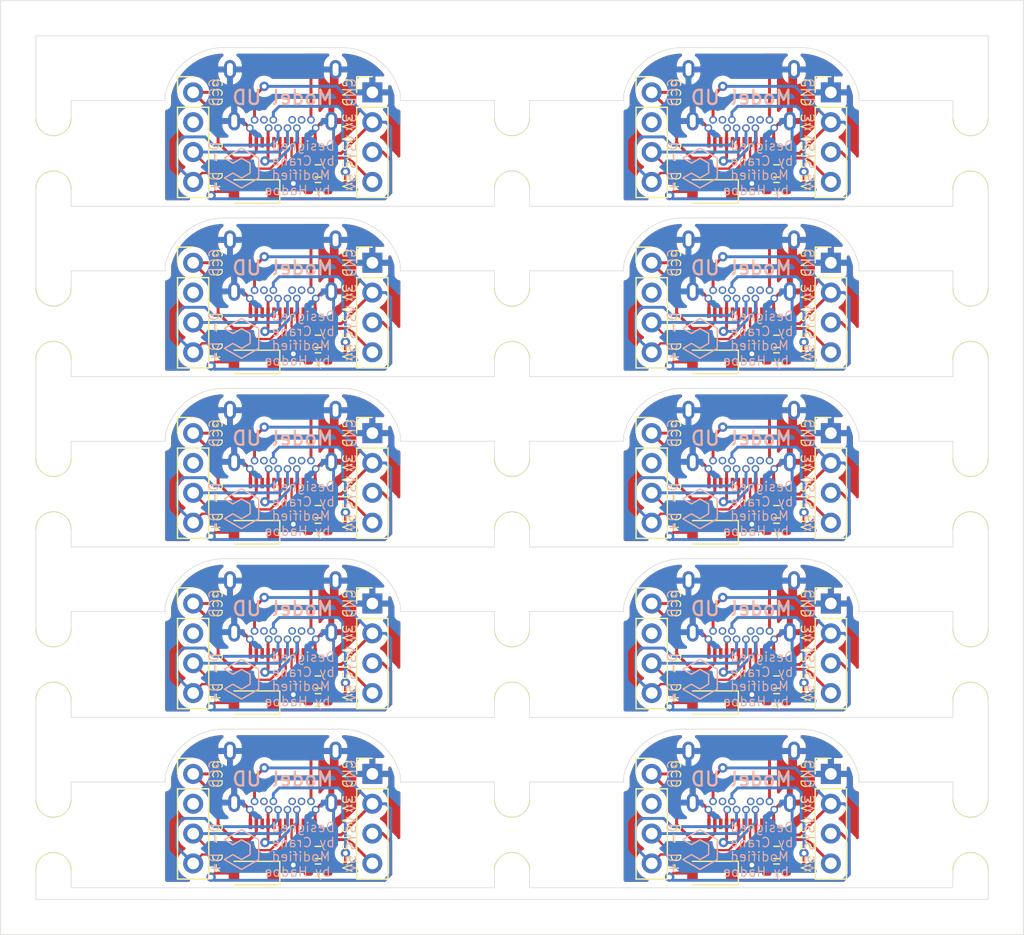
<source format=kicad_pcb>
(kicad_pcb (version 20211014) (generator pcbnew)
  (layers (0 "F.Cu" signal) (31 "B.Cu" signal) (34 "B.Paste" user) (35 "F.Paste" user) (36 "B.SilkS" user "B.Silkscreen") (37 "F.SilkS" user "F.Silkscreen") (38 "B.Mask" user) (39 "F.Mask" user) (44 "Edge.Cuts" user))
  (net 0 "")
  (net 1 "GND")
  (net 2 "3V3")
  (net 3 "VBUS")
  (net 4 "Net-(J1-PadA5)")
  (net 5 "D+")
  (net 6 "D-")
  (net 7 "Net-(J1-PadA8)")
  (net 8 "D3V")
  (net 9 "Net-(J1-PadB5)")
  (net 10 "Net-(J1-PadB8)")
  (net 11 "VSYS")
  (footprint "Model_S:PinHeader_1x04_P2.54mm_Vertical" (layer "F.Cu") (at 57.62 47.06)
    (fp_text reference "J3" hide)
    (fp_text value "Conn_01x04" hide)
  )
  (footprint "Model_S:Shou Han Type-C 24P QCHT" (layer "F.Cu") (at 50 43.25 180)
    (fp_text reference "J1" hide)
    (fp_text value "USB_C_Receptacle")
  )
  (footprint "Model_S:PinHeader_1x04_P2.54mm_Vertical" (layer "F.Cu") (at 42.38 47.06)
    (fp_text reference "J2" hide)
    (fp_text value "Conn_01x04" hide)
  )
  (footprint "Resistor_SMD:R_0603_1608Metric" (layer "F.Cu") (at 53 53.75 180)
    (fp_text reference "R1" hide)
    (fp_text value "5.1k" hide)
  )
  (footprint "Resistor_SMD:R_0603_1608Metric" (layer "F.Cu") (at 53 55.25 180)
    (fp_text reference "RE" hide)
    (fp_text value "5.1k" hide)
  )
  (footprint "Panelization:mouse-bite-3mm-slot-1-sided" (layer "F.Cu") (at 30.5 95.75 90)
    (fp_text reference "mouse-bite-3mm-slot" hide)
    (fp_text value "VAL**" hide)
  )
  (footprint "Resistor_SMD:R_0603_1608Metric" (layer "F.Cu") (at 53 97.25 180)
    (fp_text reference "R1" hide)
    (fp_text value "5.1k" hide)
  )
  (footprint "Resistor_SMD:R_0603_1608Metric" (layer "F.Cu") (at 92 113.25 180)
    (fp_text reference "RE" hide)
    (fp_text value "5.1k" hide)
  )
  (footprint "Diode_SMD:D_SOD-123" (layer "F.Cu") (at 86.5 55.5 180)
    (fp_text reference "D1" hide)
    (fp_text value "MBR120" hide)
  )
  (footprint "Model_S:Shou Han Type-C 24P QCHT" (layer "F.Cu") (at 89 101.25 180)
    (fp_text reference "J1" hide)
    (fp_text value "USB_C_Receptacle")
  )
  (footprint "Model_S:PinHeader_1x04_P2.54mm_Vertical" (layer "F.Cu") (at 96.62 61.56)
    (fp_text reference "J3" hide)
    (fp_text value "Conn_01x04" hide)
  )
  (footprint "MountingHole:MountingHole_3.2mm_M3" (layer "F.Cu") (at 103 81.25)
    (fp_text reference "REF**" hide)
    (fp_text value "MountingHole_3.2mm_M3")
  )
  (footprint "Panelization:mouse-bite-3mm-slot-1-sided" (layer "F.Cu") (at 108.5 66.75 -90)
    (fp_text reference "mouse-bite-3mm-slot" hide)
    (fp_text value "VAL**" hide)
  )
  (footprint "MountingHole:MountingHole_3.2mm_M3" (layer "F.Cu") (at 103 110.25)
    (fp_text reference "REF**" hide)
    (fp_text value "MountingHole_3.2mm_M3")
  )
  (footprint "Model_S:PinHeader_1x04_P2.54mm_Vertical" (layer "F.Cu") (at 81.38 61.56)
    (fp_text reference "J2" hide)
    (fp_text value "Conn_01x04" hide)
  )
  (footprint "Model_S:Shou Han Type-C 24P QCHT" (layer "F.Cu") (at 50 86.75 180)
    (fp_text reference "J1" hide)
    (fp_text value "USB_C_Receptacle")
  )
  (footprint "Resistor_SMD:R_0603_1608Metric" (layer "F.Cu") (at 92 97.25 180)
    (fp_text reference "R1" hide)
    (fp_text value "5.1k" hide)
  )
  (footprint "MountingHole:MountingHole_3.2mm_M3" (layer "F.Cu") (at 75 52.25)
    (fp_text reference "REF**" hide)
    (fp_text value "MountingHole_3.2mm_M3")
  )
  (footprint "Panelization:mouse-bite-3mm-slot" (layer "F.Cu") (at 69.5 110.25 90)
    (fp_text reference "mouse-bite-3mm-slot" hide)
    (fp_text value "VAL**" hide)
  )
  (footprint "MountingHole:MountingHole_3.2mm_M3" (layer "F.Cu") (at 75 66.75)
    (fp_text reference "REF**" hide)
    (fp_text value "MountingHole_3.2mm_M3")
  )
  (footprint "Model_S:PinHeader_1x04_P2.54mm_Vertical" (layer "F.Cu") (at 42.38 61.56)
    (fp_text reference "J2" hide)
    (fp_text value "Conn_01x04" hide)
  )
  (footprint "Model_S:Shou Han Type-C 24P QCHT" (layer "F.Cu") (at 50 101.25 180)
    (fp_text reference "J1" hide)
    (fp_text value "USB_C_Receptacle")
  )
  (footprint "Model_S:PinHeader_1x04_P2.54mm_Vertical" (layer "F.Cu") (at 57.62 76.06)
    (fp_text reference "J3" hide)
    (fp_text value "Conn_01x04" hide)
  )
  (footprint "Diode_SMD:D_SOD-123" (layer "F.Cu") (at 47.5 70 180)
    (fp_text reference "D1" hide)
    (fp_text value "MBR120" hide)
  )
  (footprint "Model_S:PinHeader_1x04_P2.54mm_Vertical" (layer "F.Cu") (at 81.38 105.06)
    (fp_text reference "J2" hide)
    (fp_text value "Conn_01x04" hide)
  )
  (footprint "Resistor_SMD:R_0603_1608Metric" (layer "F.Cu") (at 53 98.75 180)
    (fp_text reference "RE" hide)
    (fp_text value "5.1k" hide)
  )
  (footprint "MountingHole:MountingHole_3.2mm_M3" (layer "F.Cu") (at 103 52.25)
    (fp_text reference "REF**" hide)
    (fp_text value "MountingHole_3.2mm_M3")
  )
  (footprint "Resistor_SMD:R_0603_1608Metric" (layer "F.Cu") (at 92 98.75 180)
    (fp_text reference "RE" hide)
    (fp_text value "5.1k" hide)
  )
  (footprint "Model_S:PinHeader_1x04_P2.54mm_Vertical" (layer "F.Cu") (at 57.62 61.56)
    (fp_text reference "J3" hide)
    (fp_text value "Conn_01x04" hide)
  )
  (footprint "Diode_SMD:D_SOD-123" (layer "F.Cu") (at 86.5 113.5 180)
    (fp_text reference "D1" hide)
    (fp_text value "MBR120" hide)
  )
  (footprint "Model_S:Shou Han Type-C 24P QCHT" (layer "F.Cu") (at 50 57.75 180)
    (fp_text reference "J1" hide)
    (fp_text value "USB_C_Receptacle")
  )
  (footprint "MountingHole:MountingHole_3.2mm_M3" (layer "F.Cu") (at 103 66.75)
    (fp_text reference "REF**" hide)
    (fp_text value "MountingHole_3.2mm_M3")
  )
  (footprint "Model_S:PinHeader_1x04_P2.54mm_Vertical" (layer "F.Cu") (at 42.38 105.06)
    (fp_text reference "J2" hide)
    (fp_text value "Conn_01x04" hide)
  )
  (footprint "Resistor_SMD:R_0603_1608Metric" (layer "F.Cu") (at 92 55.25 180)
    (fp_text reference "RE" hide)
    (fp_text value "5.1k" hide)
  )
  (footprint "Model_S:PinHeader_1x04_P2.54mm_Vertical" (layer "F.Cu") (at 96.62 90.56)
    (fp_text reference "J3" hide)
    (fp_text value "Conn_01x04" hide)
  )
  (footprint "Model_S:Shou Han Type-C 24P QCHT" (layer "F.Cu") (at 50 72.25 180)
    (fp_text reference "J1" hide)
    (fp_text value "USB_C_Receptacle")
  )
  (footprint "MountingHole:MountingHole_3.2mm_M3" (layer "F.Cu") (at 36 66.75)
    (fp_text reference "REF**" hide)
    (fp_text value "MountingHole_3.2mm_M3")
  )
  (footprint "Diode_SMD:D_SOD-123" (layer "F.Cu") (at 86.5 99 180)
    (fp_text reference "D1" hide)
    (fp_text value "MBR120" hide)
  )
  (footprint "Model_S:PinHeader_1x04_P2.54mm_Vertical" (layer "F.Cu") (at 81.38 90.56)
    (fp_text reference "J2" hide)
    (fp_text value "Conn_01x04" hide)
  )
  (footprint "Panelization:mouse-bite-3mm-slot-1-sided" (layer "F.Cu") (at 108.5 110.25 -90)
    (fp_text reference "mouse-bite-3mm-slot" hide)
    (fp_text value "VAL**" hide)
  )
  (footprint "Model_S:Shou Han Type-C 24P QCHT" (layer "F.Cu") (at 89 86.75 180)
    (fp_text reference "J1" hide)
    (fp_text value "USB_C_Receptacle")
  )
  (footprint "Resistor_SMD:R_0603_1608Metric" (layer "F.Cu") (at 53 84.25 180)
    (fp_text reference "RE" hide)
    (fp_text value "5.1k" hide)
  )
  (footprint "Resistor_SMD:R_0603_1608Metric" (layer "F.Cu") (at 92 69.75 180)
    (fp_text reference "RE" hide)
    (fp_text value "5.1k" hide)
  )
  (footprint "Resistor_SMD:R_0603_1608Metric" (layer "F.Cu") (at 92 53.75 180)
    (fp_text reference "R1" hide)
    (fp_text value "5.1k" hide)
  )
  (footprint "Model_S:Shou Han Type-C 24P QCHT" (layer "F.Cu") (at 89 57.75 180)
    (fp_text reference "J1" hide)
    (fp_text value "USB_C_Receptacle")
  )
  (footprint "MountingHole:MountingHole_3.2mm_M3" (layer "F.Cu") (at 75 81.25)
    (fp_text reference "REF**" hide)
    (fp_text value "MountingHole_3.2mm_M3")
  )
  (footprint "Diode_SMD:D_SOD-123" (layer "F.Cu") (at 47.5 84.5 180)
    (fp_text reference "D1" hide)
    (fp_text value "MBR120" hide)
  )
  (footprint "Panelization:mouse-bite-3mm-slot-1-sided" (layer "F.Cu") (at 108.5 95.75 -90)
    (fp_text reference "mouse-bite-3mm-slot" hide)
    (fp_text value "VAL**" hide)
  )
  (footprint "Model_S:PinHeader_1x04_P2.54mm_Vertical" (layer "F.Cu") (at 42.38 90.56)
    (fp_text reference "J2" hide)
    (fp_text value "Conn_01x04" hide)
  )
  (footprint "Panelization:mouse-bite-3mm-slot" (layer "F.Cu") (at 69.5 52.25 90)
    (fp_text reference "mouse-bite-3mm-slot" hide)
    (fp_text value "VAL**" hide)
  )
  (footprint "MountingHole:MountingHole_3.2mm_M3" (layer "F.Cu") (at 36 81.25)
    (fp_text reference "REF**" hide)
    (fp_text value "MountingHole_3.2mm_M3")
  )
  (footprint "MountingHole:MountingHole_3.2mm_M3" (layer "F.Cu") (at 36 52.25)
    (fp_text reference "REF**" hide)
    (fp_text value "MountingHole_3.2mm_M3")
  )
  (footprint "Model_S:PinHeader_1x04_P2.54mm_Vertical" (layer "F.Cu") (at 96.62 47.06)
    (fp_text reference "J3" hide)
    (fp_text value "Conn_01x04" hide)
  )
  (footprint "Model_S:Shou Han Type-C 24P QCHT" (layer "F.Cu") (at 89 72.25 180)
    (fp_text reference "J1" hide)
    (fp_text value "USB_C_Receptacle")
  )
  (footprint "Model_S:PinHeader_1x04_P2.54mm_Vertical" (layer "F.Cu") (at 42.38 76.06)
    (fp_text reference "J2" hide)
    (fp_text value "Conn_01x04" hide)
  )
  (footprint "Resistor_SMD:R_0603_1608Metric" (layer "F.Cu") (at 53 82.75 180)
    (fp_text reference "R1" hide)
    (fp_text value "5.1k" hide)
  )
  (footprint "Model_S:PinHeader_1x04_P2.54mm_Vertical" (layer "F.Cu") (at 81.38 47.06)
    (fp_text reference "J2" hide)
    (fp_text value "Conn_01x04" hide)
  )
  (footprint "Panelization:mouse-bite-3mm-slot" (layer "F.Cu") (at 69.5 95.75 90)
    (fp_text reference "mouse-bite-3mm-slot" hide)
    (fp_text value "VAL**" hide)
  )
  (footprint "MountingHole:MountingHole_3.2mm_M3" (layer "F.Cu") (at 64 52.25)
    (fp_text reference "REF**" hide)
    (fp_text value "MountingHole_3.2mm_M3")
  )
  (footprint "Resistor_SMD:R_0603_1608Metric" (layer "F.Cu") (at 53 113.25 180)
    (fp_text reference "RE" hide)
    (fp_text value "5.1k" hide)
  )
  (footprint "Panelization:mouse-bite-3mm-slot-1-sided" (layer "F.Cu") (at 108.5 52.25 -90)
    (fp_text reference "mouse-bite-3mm-slot" hide)
    (fp_text value "VAL**" hide)
  )
  (footprint "MountingHole:MountingHole_3.2mm_M3" (layer "F.Cu") (at 75 95.75)
    (fp_text reference "REF**" hide)
    (fp_text value "MountingHole_3.2mm_M3")
  )
  (footprint "Model_S:PinHeader_1x04_P2.54mm_Vertical" (layer "F.Cu") (at 81.38 76.06)
    (fp_text reference "J2" hide)
    (fp_text value "Conn_01x04" hide)
  )
  (footprint "Resistor_SMD:R_0603_1608Metric" (layer "F.Cu") (at 92 82.75 180)
    (fp_text reference "R1" hide)
    (fp_text value "5.1k" hide)
  )
  (footprint "Resistor_SMD:R_0603_1608Metric" (layer "F.Cu") (at 92 68.25 180)
    (fp_text reference "R1" hide)
    (fp_text value "5.1k" hide)
  )
  (footprint "Resistor_SMD:R_0603_1608Metric" (layer "F.Cu") (at 53 69.75 180)
    (fp_text reference "RE" hide)
    (fp_text value "5.1k" hide)
  )
  (footprint "Model_S:PinHeader_1x04_P2.54mm_Vertical" (layer "F.Cu") (at 96.62 76.06)
    (fp_text reference "J3" hide)
    (fp_text value "Conn_01x04" hide)
  )
  (footprint "Panelization:mouse-bite-3mm-slot-1-sided" (layer "F.Cu") (at 30.5 81.25 90)
    (fp_text reference "mouse-bite-3mm-slot" hide)
    (fp_text value "VAL**" hide)
  )
  (footprint "Panelization:mouse-bite-3mm-slot-1-sided" (layer "F.Cu") (at 30.5 66.75 90)
    (fp_text reference "mouse-bite-3mm-slot" hide)
    (fp_text value "VAL**" hide)
  )
  (footprint "Diode_SMD:D_SOD-123" (layer "F.Cu") (at 47.5 113.5 180)
    (fp_text reference "D1" hide)
    (fp_text value "MBR120" hide)
  )
  (footprint "Panelization:mouse-bite-3mm-slot-1-sided" (layer "F.Cu") (at 30.5 52.25 90)
    (fp_text reference "mouse-bite-3mm-slot" hide)
    (fp_text value "VAL**" hide)
  )
  (footprint "Model_S:PinHeader_1x04_P2.54mm_Vertical" (layer "F.Cu") (at 96.62 105.06)
    (fp_text reference "J3" hide)
    (fp_text value "Conn_01x04" hide)
  )
  (footprint "MountingHole:MountingHole_3.2mm_M3" (layer "F.Cu") (at 75 110.25)
    (fp_text reference "REF**" hide)
    (fp_text value "MountingHole_3.2mm_M3")
  )
  (footprint "Diode_SMD:D_SOD-123" (layer "F.Cu") (at 86.5 70 180)
    (fp_text reference "D1" hide)
    (fp_text value "MBR120" hide)
  )
  (footprint "MountingHole:MountingHole_3.2mm_M3" (layer "F.Cu") (at 36 110.25)
    (fp_text reference "REF**" hide)
    (fp_text value "MountingHole_3.2mm_M3")
  )
  (footprint "Model_S:PinHeader_1x04_P2.54mm_Vertical" (layer "F.Cu") (at 57.62 105.06)
    (fp_text reference "J3" hide)
    (fp_text value "Conn_01x04" hide)
  )
  (footprint "Panelization:mouse-bite-3mm-slot" (layer "F.Cu") (at 69.5 81.25 90)
    (fp_text reference "mouse-bite-3mm-slot" hide)
    (fp_text value "VAL**" hide)
  )
  (footprint "Diode_SMD:D_SOD-123" (layer "F.Cu") (at 47.5 99 180)
    (fp_text reference "D1" hide)
    (fp_text value "MBR120" hide)
  )
  (footprint "MountingHole:MountingHole_3.2mm_M3" (layer "F.Cu") (at 103 95.75)
    (fp_text reference "REF**" hide)
    (fp_text value "MountingHole_3.2mm_M3")
  )
  (footprint "MountingHole:MountingHole_3.2mm_M3" (layer "F.Cu") (at 64 81.25)
    (fp_text reference "REF**" hide)
    (fp_text value "MountingHole_3.2mm_M3")
  )
  (footprint "MountingHole:MountingHole_3.2mm_M3" (layer "F.Cu") (at 64 110.25)
    (fp_text reference "REF**" hide)
    (fp_text value "MountingHole_3.2mm_M3")
  )
  (footprint "Model_S:PinHeader_1x04_P2.54mm_Vertical" (layer "F.Cu") (at 57.62 90.56)
    (fp_text reference "J3" hide)
    (fp_text value "Conn_01x04" hide)
  )
  (footprint "Resistor_SMD:R_0603_1608Metric" (layer "F.Cu") (at 53 68.25 180)
    (fp_text reference "R1" hide)
    (fp_text value "5.1k" hide)
  )
  (footprint "Panelization:mouse-bite-3mm-slot-1-sided" (layer "F.Cu") (at 30.5 110.25 90)
    (fp_text reference "mouse-bite-3mm-slot" hide)
    (fp_text value "VAL**" hide)
  )
  (footprint "Diode_SMD:D_SOD-123" (layer "F.Cu") (at 47.5 55.5 180)
    (fp_text reference "D1" hide)
    (fp_text value "MBR120" hide)
  )
  (footprint "MountingHole:MountingHole_3.2mm_M3" (layer "F.Cu") (at 64 95.75)
    (fp_text reference "REF**" hide)
    (fp_text value "MountingHole_3.2mm_M3")
  )
  (footprint "Resistor_SMD:R_0603_1608Metric" (layer "F.Cu") (at 92 84.25 180)
    (fp_text reference "RE" hide)
    (fp_text value "5.1k" hide)
  )
  (footprint "Panelization:mouse-bite-3mm-slot-1-sided" (layer "F.Cu") (at 108.5 81.25 -90)
    (fp_text reference "mouse-bite-3mm-slot" hide)
    (fp_text value "VAL**" hide)
  )
  (footprint "Resistor_SMD:R_0603_1608Metric" (layer "F.Cu") (at 53 111.75 180)
    (fp_text reference "R1" hide)
    (fp_text value "5.1k" hide)
  )
  (footprint "Resistor_SMD:R_0603_1608Metric" (layer "F.Cu") (at 92 111.75 180)
    (fp_text reference "R1" hide)
    (fp_text value "5.1k" hide)
  )
  (footprint "Model_S:Shou Han Type-C 24P QCHT" (layer "F.Cu") (at 89 43.25 180)
    (fp_text reference "J1" hide)
    (fp_text value "USB_C_Receptacle")
  )
  (footprint "MountingHole:MountingHole_3.2mm_M3" (layer "F.Cu") (at 64 66.75)
    (fp_text reference "REF**" hide)
    (fp_text value "MountingHole_3.2mm_M3")
  )
  (footprint "Panelization:mouse-bite-3mm-slot" (layer "F.Cu") (at 69.5 66.75 90)
    (fp_text reference "mouse-bite-3mm-slot" hide)
    (fp_text value "VAL**" hide)
  )
  (footprint "MountingHole:MountingHole_3.2mm_M3" (layer "F.Cu") (at 36 95.75)
    (fp_text reference "REF**" hide)
    (fp_text value "MountingHole_3.2mm_M3")
  )
  (footprint "Diode_SMD:D_SOD-123" (layer "F.Cu") (at 86.5 84.5 180)
    (fp_text reference "D1" hide)
    (fp_text value "MBR120" hide)
  )
  (footprint "HTangl:Crane_C" (layer "B.Cu") (at 46.5 97 180)
    (fp_text reference "G***" hide)
    (fp_text value "LOGO" hide)
  )
  (footprint "HTangl:Crane_C" (layer "B.Cu") (at 85.5 82.5 180)
    (fp_text reference "G***" hide)
    (fp_text value "LOGO" hide)
  )
  (footprint "HTangl:Crane_C" (layer "B.Cu") (at 85.5 68 180)
    (fp_text reference "G***" hide)
    (fp_text value "LOGO" hide)
  )
  (footprint "HTangl:Crane_C" (layer "B.Cu") (at 46.5 68 180)
    (fp_text reference "G***" hide)
    (fp_text value "LOGO" hide)
  )
  (footprint "HTangl:Crane_C" (layer "B.Cu") (at 85.5 111.5 180)
    (fp_text reference "G***" hide)
    (fp_text value "LOGO" hide)
  )
  (footprint "HTangl:Crane_C" (layer "B.Cu") (at 46.5 53.5 180)
    (fp_text reference "G***" hide)
    (fp_text value "LOGO" hide)
  )
  (footprint "HTangl:Crane_C" (layer "B.Cu") (at 85.5 53.5 180)
    (fp_text reference "G***" hide)
    (fp_text value "LOGO" hide)
  )
  (footprint "HTangl:Crane_C" (layer "B.Cu") (at 46.5 111.5 180)
    (fp_text reference "G***" hide)
    (fp_text value "LOGO" hide)
  )
  (footprint "HTangl:Crane_C" (layer "B.Cu") (at 46.5 82.5 180)
    (fp_text reference "G***" hide)
    (fp_text value "LOGO" hide)
  )
  (footprint "HTangl:Crane_C" (layer "B.Cu") (at 85.5 97 180)
    (fp_text reference "G***" hide)
    (fp_text value "LOGO" hide)
  )
  (gr_line (start 79 47.25) (end 79 47.75) (layer "Edge.Cuts") (width 0.05))
  (gr_line (start 99 71.25) (end 107 71.25) (layer "Edge.Cuts") (width 0.05))
  (gr_line (start 71 47.75) (end 71 49.25) (layer "Edge.Cuts") (width 0.05))
  (gr_line (start 99 100.25) (end 107 100.25) (layer "Edge.Cuts") (width 0.05))
  (gr_arc (start 110 63.75) (mid 108.5 65.25) (end 107 63.75) (layer "Edge.Cuts") (width 0.05))
  (gr_line (start 79 114.75) (end 99 114.75) (layer "Edge.Cuts") (width 0.05))
  (gr_line (start 79 100.25) (end 99 100.25) (layer "Edge.Cuts") (width 0.05))
  (gr_rect (start 26 39.25) (end 113 118.75) (layer "Edge.Cuts") (width 0.05) (fill none))
  (gr_arc (start 55 72.25) (mid 58.201369 73.373288) (end 60 76.25) (layer "Edge.Cuts") (width 0.05))
  (gr_line (start 32 91.25) (end 32 92.75) (layer "Edge.Cuts") (width 0.05))
  (gr_line (start 99 47.25) (end 99 47.75) (layer "Edge.Cuts") (width 0.05))
  (gr_line (start 29 107.25) (end 29 98.75) (layer "Edge.Cuts") (width 0.05))
  (gr_line (start 79 61.75) (end 79 62.25) (layer "Edge.Cuts") (width 0.05))
  (gr_line (start 32 85.75) (end 32 84.25) (layer "Edge.Cuts") (width 0.05))
  (gr_arc (start 107 55.25) (mid 108.5 53.75) (end 110 55.25) (layer "Edge.Cuts") (width 0.05))
  (gr_line (start 71 56.75) (end 79 56.75) (layer "Edge.Cuts") (width 0.05))
  (gr_line (start 32 56.75) (end 32 55.25) (layer "Edge.Cuts") (width 0.05))
  (gr_line (start 107 71.25) (end 107 69.75) (layer "Edge.Cuts") (width 0.05))
  (gr_line (start 68 114.75) (end 60 114.75) (layer "Edge.Cuts") (width 0.05))
  (gr_line (start 68 71.25) (end 60 71.25) (layer "Edge.Cuts") (width 0.05))
  (gr_line (start 84 101.25) (end 94 101.25) (layer "Edge.Cuts") (width 0.05))
  (gr_line (start 71 85.75) (end 71 84.25) (layer "Edge.Cuts") (width 0.05))
  (gr_arc (start 29 113.25) (mid 30.5 111.75) (end 32 113.25) (layer "Edge.Cuts") (width 0.05))
  (gr_line (start 99 61.75) (end 99 62.25) (layer "Edge.Cuts") (width 0.05))
  (gr_line (start 84 43.25) (end 94 43.25) (layer "Edge.Cuts") (width 0.05))
  (gr_line (start 68 56.75) (end 68 55.25) (layer "Edge.Cuts") (width 0.05))
  (gr_line (start 60 105.75) (end 68 105.75) (layer "Edge.Cuts") (width 0.05))
  (gr_line (start 71 114.75) (end 79 114.75) (layer "Edge.Cuts") (width 0.05))
  (gr_arc (start 55 101.25) (mid 58.201369 102.373288) (end 60 105.25) (layer "Edge.Cuts") (width 0.05))
  (gr_line (start 71 62.25) (end 71 63.75) (layer "Edge.Cuts") (width 0.05))
  (gr_line (start 71 100.25) (end 71 98.75) (layer "Edge.Cuts") (width 0.05))
  (gr_line (start 71 71.25) (end 71 69.75) (layer "Edge.Cuts") (width 0.05))
  (gr_arc (start 40 47.25) (mid 41.79863 44.373288) (end 45 43.25) (layer "Edge.Cuts") (width 0.05))
  (gr_line (start 99 105.75) (end 107 105.75) (layer "Edge.Cuts") (width 0.05))
  (gr_line (start 71 56.75) (end 71 55.25) (layer "Edge.Cuts") (width 0.05))
  (gr_line (start 45 101.25) (end 55 101.25) (layer "Edge.Cuts") (width 0.05))
  (gr_line (start 71 91.25) (end 71 92.75) (layer "Edge.Cuts") (width 0.05))
  (gr_arc (start 40 105.25) (mid 41.79863 102.373288) (end 45 101.25) (layer "Edge.Cuts") (width 0.05))
  (gr_line (start 29 115.75) (end 29 113.25) (layer "Edge.Cuts") (width 0.05))
  (gr_arc (start 32 63.75) (mid 30.5 65.25) (end 29 63.75) (layer "Edge.Cuts") (width 0.05))
  (gr_line (start 68 100.25) (end 68 98.75) (layer "Edge.Cuts") (width 0.05))
  (gr_arc (start 71 49.25) (mid 69.5 50.75) (end 68 49.25) (layer "Edge.Cuts") (width 0.05))
  (gr_line (start 71 114.75) (end 71 113.25) (layer "Edge.Cuts") (width 0.05))
  (gr_line (start 32 76.75) (end 40 76.75) (layer "Edge.Cuts") (width 0.05))
  (gr_line (start 79 85.75) (end 99 85.75) (layer "Edge.Cuts") (width 0.05))
  (gr_line (start 32 62.25) (end 32 63.75) (layer "Edge.Cuts") (width 0.05))
  (gr_line (start 29 49.25) (end 29 42.25) (layer "Edge.Cuts") (width 0.05))
  (gr_arc (start 68 113.25) (mid 69.5 111.75) (end 71 113.25) (layer "Edge.Cuts") (width 0.05))
  (gr_arc (start 40 61.75) (mid 41.79863 58.873288) (end 45 57.75) (layer "Edge.Cuts") (width 0.05))
  (gr_line (start 45 57.75) (end 55 57.75) (layer "Edge.Cuts") (width 0.05))
  (gr_line (start 68 105.75) (end 68 107.25) (layer "Edge.Cuts") (width 0.05))
  (gr_line (start 32 91.25) (end 40 91.25) (layer "Edge.Cuts") (width 0.05))
  (gr_arc (start 55 57.75) (mid 58.201369 58.873288) (end 60 61.75) (layer "Edge.Cuts") (width 0.05))
  (gr_line (start 99 47.75) (end 107 47.75) (layer "Edge.Cuts") (width 0.05))
  (gr_line (start 32 47.75) (end 40 47.75) (layer "Edge.Cuts") (width 0.05))
  (gr_line (start 32 47.75) (end 32 49.25) (layer "Edge.Cuts") (width 0.05))
  (gr_line (start 79 71.25) (end 99 71.25) (layer "Edge.Cuts") (width 0.05))
  (gr_line (start 40 71.25) (end 60 71.25) (layer "Edge.Cuts") (width 0.05))
  (gr_arc (start 79 61.75) (mid 80.79863 58.873288) (end 84 57.75) (layer "Edge.Cuts") (width 0.05))
  (gr_line (start 40 90.75) (end 40 91.25) (layer "Edge.Cuts") (width 0.05))
  (gr_line (start 107 105.75) (end 107 107.25) (layer "Edge.Cuts") (width 0.05))
  (gr_line (start 71 47.75) (end 79 47.75) (layer "Edge.Cuts") (width 0.05))
  (gr_arc (start 68 69.75) (mid 69.5 68.25) (end 71 69.75) (layer "Edge.Cuts") (width 0.05))
  (gr_line (start 71 62.25) (end 79 62.25) (layer "Edge.Cuts") (width 0.05))
  (gr_line (start 99 114.75) (end 107 114.75) (layer "Edge.Cuts") (width 0.05))
  (gr_line (start 79 105.25) (end 79 105.75) (layer "Edge.Cuts") (width 0.05))
  (gr_line (start 60 47.75) (end 68 47.75) (layer "Edge.Cuts") (width 0.05))
  (gr_line (start 68 85.75) (end 68 84.25) (layer "Edge.Cuts") (width 0.05))
  (gr_arc (start 29 55.25) (mid 30.5 53.75) (end 32 55.25) (layer "Edge.Cuts") (width 0.05))
  (gr_line (start 40 76.25) (end 40 76.75) (layer "Edge.Cuts") (width 0.05))
  (gr_line (start 110 42.25) (end 110 49.25) (layer "Edge.Cuts") (width 0.05))
  (gr_line (start 110 115.75) (end 29 115.75) (layer "Edge.Cuts") (width 0.05))
  (gr_line (start 32 114.75) (end 40 114.75) (layer "Edge.Cuts") (width 0.05))
  (gr_line (start 45 43.25) (end 55 43.25) (layer "Edge.Cuts") (width 0.05))
  (gr_line (start 107 114.75) (end 107 113.25) (layer "Edge.Cuts") (width 0.05))
  (gr_line (start 68 85.75) (end 60 85.75) (layer "Edge.Cuts") (width 0.05))
  (gr_line (start 68 56.75) (end 60 56.75) (layer "Edge.Cuts") (width 0.05))
  (gr_line (start 68 114.75) (end 68 113.25) (layer "Edge.Cuts") (width 0.05))
  (gr_line (start 71 85.75) (end 79 85.75) (layer "Edge.Cuts") (width 0.05))
  (gr_line (start 60 105.25) (end 60 105.75) (layer "Edge.Cuts") (width 0.05))
  (gr_arc (start 68 98.75) (mid 69.5 97.25) (end 71 98.75) (layer "Edge.Cuts") (width 0.05))
  (gr_line (start 32 100.25) (end 40 100.25) (layer "Edge.Cuts") (width 0.05))
  (gr_arc (start 71 107.25) (mid 69.5 108.75) (end 68 107.25) (layer "Edge.Cuts") (width 0.05))
  (gr_arc (start 68 55.25) (mid 69.5 53.75) (end 71 55.25) (layer "Edge.Cuts") (width 0.05))
  (gr_arc (start 94 86.75) (mid 97.201369 87.873288) (end 99 90.75) (layer "Edge.Cuts") (width 0.05))
  (gr_line (start 99 105.25) (end 99 105.75) (layer "Edge.Cuts") (width 0.05))
  (gr_arc (start 107 84.25) (mid 108.5 82.75) (end 110 84.25) (layer "Edge.Cuts") (width 0.05))
  (gr_line (start 60 61.75) (end 60 62.25) (layer "Edge.Cuts") (width 0.05))
  (gr_line (start 84 57.75) (end 94 57.75) (layer "Edge.Cuts") (width 0.05))
  (gr_arc (start 71 63.75) (mid 69.5 65.25) (end 68 63.75) (layer "Edge.Cuts") (width 0.05))
  (gr_line (start 40 61.75) (end 40 62.25) (layer "Edge.Cuts") (width 0.05))
  (gr_arc (start 32 49.25) (mid 30.5 50.75) (end 29 49.25) (layer "Edge.Cuts") (width 0.05))
  (gr_line (start 99 56.75) (end 107 56.75) (layer "Edge.Cuts") (width 0.05))
  (gr_line (start 84 86.75) (end 94 86.75) (layer "Edge.Cuts") (width 0.05))
  (gr_arc (start 55 86.75) (mid 58.201369 87.873288) (end 60 90.75) (layer "Edge.Cuts") (width 0.05))
  (gr_line (start 79 56.75) (end 99 56.75) (layer "Edge.Cuts") (width 0.05))
  (gr_line (start 32 85.75) (end 40 85.75) (layer "Edge.Cuts") (width 0.05))
  (gr_arc (start 107 113.25) (mid 108.5 111.75) (end 110 113.25) (layer "Edge.Cuts") (width 0.05))
  (gr_line (start 32 76.75) (end 32 78.25) (layer "Edge.Cuts") (width 0.05))
  (gr_line (start 71 105.75) (end 79 105.75) (layer "Edge.Cuts") (width 0.05))
  (gr_arc (start 110 107.25) (mid 108.5 108.75) (end 107 107.25) (layer "Edge.Cuts") (width 0.05))
  (gr_arc (start 32 78.25) (mid 30.5 79.75) (end 29 78.25) (layer "Edge.Cuts") (width 0.05))
  (gr_line (start 40 47.25) (end 40 47.75) (layer "Edge.Cuts") (width 0.05))
  (gr_line (start 68 47.75) (end 68 49.25) (layer "Edge.Cuts") (width 0.05))
  (gr_line (start 107 85.75) (end 107 84.25) (layer "Edge.Cuts") (width 0.05))
  (gr_line (start 32 105.75) (end 32 107.25) (layer "Edge.Cuts") (width 0.05))
  (gr_line (start 45 86.75) (end 55 86.75) (layer "Edge.Cuts") (width 0.05))
  (gr_line (start 60 62.25) (end 68 62.25) (layer "Edge.Cuts") (width 0.05))
  (gr_line (start 68 71.25) (end 68 69.75) (layer "Edge.Cuts") (width 0.05))
  (gr_line (start 32 71.25) (end 40 71.25) (layer "Edge.Cuts") (width 0.05))
  (gr_line (start 107 56.75) (end 107 55.25) (layer "Edge.Cuts") (width 0.05))
  (gr_line (start 107 100.25) (end 107 98.75) (layer "Edge.Cuts") (width 0.05))
  (gr_line (start 32 56.75) (end 40 56.75) (layer "Edge.Cuts") (width 0.05))
  (gr_arc (start 94 72.25) (mid 97.201369 73.373288) (end 99 76.25) (layer "Edge.Cuts") (width 0.05))
  (gr_line (start 29 42.25) (end 110 42.25) (layer "Edge.Cuts") (width 0.05))
  (gr_line (start 99 91.25) (end 107 91.25) (layer "Edge.Cuts") (width 0.05))
  (gr_line (start 99 85.75) (end 107 85.75) (layer "Edge.Cuts") (width 0.05))
  (gr_line (start 60 76.25) (end 60 76.75) (layer "Edge.Cuts") (width 0.05))
  (gr_arc (start 40 76.25) (mid 41.79863 73.373288) (end 45 72.25) (layer "Edge.Cuts") (width 0.05))
  (gr_arc (start 79 105.25) (mid 80.79863 102.373288) (end 84 101.25) (layer "Edge.Cuts") (width 0.05))
  (gr_line (start 110 113.25) (end 110 115.75) (layer "Edge.Cuts") (width 0.05))
  (gr_arc (start 110 78.25) (mid 108.5 79.75) (end 107 78.25) (layer "Edge.Cuts") (width 0.05))
  (gr_line (start 84 72.25) (end 94 72.25) (layer "Edge.Cuts") (width 0.05))
  (gr_arc (start 68 84.25) (mid 69.5 82.75) (end 71 84.25) (layer "Edge.Cuts") (width 0.05))
  (gr_arc (start 79 90.75) (mid 80.79863 87.873288) (end 84 86.75) (layer "Edge.Cuts") (width 0.05))
  (gr_line (start 107 47.75) (end 107 49.25) (layer "Edge.Cuts") (width 0.05))
  (gr_line (start 71 100.25) (end 79 100.25) (layer "Edge.Cuts") (width 0.05))
  (gr_line (start 40 85.75) (end 60 85.75) (layer "Edge.Cuts") (width 0.05))
  (gr_line (start 99 62.25) (end 107 62.25) (layer "Edge.Cuts") (width 0.05))
  (gr_line (start 99 76.25) (end 99 76.75) (layer "Edge.Cuts") (width 0.05))
  (gr_line (start 107 62.25) (end 107 63.75) (layer "Edge.Cuts") (width 0.05))
  (gr_line (start 32 62.25) (end 40 62.25) (layer "Edge.Cuts") (width 0.05))
  (gr_line (start 32 71.25) (end 32 69.75) (layer "Edge.Cuts") (width 0.05))
  (gr_line (start 32 100.25) (end 32 98.75) (layer "Edge.Cuts") (width 0.05))
  (gr_line (start 99 76.75) (end 107 76.75) (layer "Edge.Cuts") (width 0.05))
  (gr_arc (start 107 69.75) (mid 108.5 68.25) (end 110 69.75) (layer "Edge.Cuts") (width 0.05))
  (gr_arc (start 94 101.25) (mid 97.201369 102.373288) (end 99 105.25) (layer "Edge.Cuts") (width 0.05))
  (gr_arc (start 71 92.75) (mid 69.5 94.25) (end 68 92.75) (layer "Edge.Cuts") (width 0.05))
  (gr_line (start 68 76.75) (end 68 78.25) (layer "Edge.Cuts") (width 0.05))
  (gr_arc (start 94 57.75) (mid 97.201369 58.873288) (end 99 61.75) (layer "Edge.Cuts") (width 0.05))
  (gr_arc (start 55 43.25) (mid 58.201369 44.373288) (end 60 47.25) (layer "Edge.Cuts") (width 0.05))
  (gr_line (start 29 92.75) (end 29 84.25) (layer "Edge.Cuts") (width 0.05))
  (gr_arc (start 32 92.75) (mid 30.5 94.25) (end 29 92.75) (layer "Edge.Cuts") (width 0.05))
  (gr_line (start 68 100.25) (end 60 100.25) (layer "Edge.Cuts") (width 0.05))
  (gr_line (start 110 69.75) (end 110 78.25) (layer "Edge.Cuts") (width 0.05))
  (gr_arc (start 107 98.75) (mid 108.5 97.25) (end 110 98.75) (layer "Edge.Cuts") (width 0.05))
  (gr_line (start 40 56.75) (end 60 56.75) (layer "Edge.Cuts") (width 0.05))
  (gr_line (start 99 90.75) (end 99 91.25) (layer "Edge.Cuts") (width 0.05))
  (gr_line (start 79 90.75) (end 79 91.25) (layer "Edge.Cuts") (width 0.05))
  (gr_line (start 110 84.25) (end 110 92.75) (layer "Edge.Cuts") (width 0.05))
  (gr_arc (start 29 84.25) (mid 30.5 82.75) (end 32 84.25) (layer "Edge.Cuts") (width 0.05))
  (gr_line (start 29 63.75) (end 29 55.25) (layer "Edge.Cuts") (width 0.05))
  (gr_line (start 107 91.25) (end 107 92.75) (layer "Edge.Cuts") (width 0.05))
  (gr_arc (start 71 78.25) (mid 69.5 79.75) (end 68 78.25) (layer "Edge.Cuts") (width 0.05))
  (gr_line (start 68 91.25) (end 68 92.75) (layer "Edge.Cuts") (width 0.05))
  (gr_line (start 110 55.25) (end 110 63.75) (layer "Edge.Cuts") (width 0.05))
  (gr_arc (start 29 98.75) (mid 30.5 97.25) (end 32 98.75) (layer "Edge.Cuts") (width 0.05))
  (gr_line (start 29 78.25) (end 29 69.75) (layer "Edge.Cuts") (width 0.05))
  (gr_arc (start 94 43.25) (mid 97.201369 44.373288) (end 99 47.25) (layer "Edge.Cuts") (width 0.05))
  (gr_line (start 60 91.25) (end 68 91.25) (layer "Edge.Cuts") (width 0.05))
  (gr_line (start 40 114.75) (end 60 114.75) (layer "Edge.Cuts") (width 0.05))
  (gr_line (start 71 76.75) (end 71 78.25) (layer "Edge.Cuts") (width 0.05))
  (gr_line (start 40 100.25) (end 60 100.25) (layer "Edge.Cuts") (width 0.05))
  (gr_line (start 60 76.75) (end 68 76.75) (layer "Edge.Cuts") (width 0.05))
  (gr_line (start 71 76.75) (end 79 76.75) (layer "Edge.Cuts") (width 0.05))
  (gr_line (start 71 91.25) (end 79 91.25) (layer "Edge.Cuts") (width 0.05))
  (gr_arc (start 79 47.25) (mid 80.79863 44.373288) (end 84 43.25) (layer "Edge.Cuts") (width 0.05))
  (gr_arc (start 40 90.75) (mid 41.79863 87.873288) (end 45 86.75) (layer "Edge.Cuts") (width 0.05))
  (gr_arc (start 79 76.25) (mid 80.79863 73.373288) (end 84 72.25) (layer "Edge.Cuts") (width 0.05))
  (gr_line (start 68 62.25) (end 68 63.75) (layer "Edge.Cuts") (width 0.05))
  (gr_line (start 71 71.25) (end 79 71.25) (layer "Edge.Cuts") (width 0.05))
  (gr_arc (start 29 69.75) (mid 30.5 68.25) (end 32 69.75) (layer "Edge.Cuts") (width 0.05))
  (gr_arc (start 32 107.25) (mid 30.5 108.75) (end 29 107.25) (layer "Edge.Cuts") (width 0.05))
  (gr_arc (start 110 49.25) (mid 108.5 50.75) (end 107 49.25) (layer "Edge.Cuts") (width 0.05))
  (gr_line (start 107 76.75) (end 107 78.25) (layer "Edge.Cuts") (width 0.05))
  (gr_line (start 71 105.75) (end 71 107.25) (layer "Edge.Cuts") (width 0.05))
  (gr_line (start 60 90.75) (end 60 91.25) (layer "Edge.Cuts") (width 0.05))
  (gr_line (start 60 47.25) (end 60 47.75) (layer "Edge.Cuts") (width 0.05))
  (gr_line (start 40 105.25) (end 40 105.75) (layer "Edge.Cuts") (width 0.05))
  (gr_line (start 32 105.75) (end 40 105.75) (layer "Edge.Cuts") (width 0.05))
  (gr_line (start 79 76.25) (end 79 76.75) (layer "Edge.Cuts") (width 0.05))
  (gr_line (start 45 72.25) (end 55 72.25) (layer "Edge.Cuts") (width 0.05))
  (gr_line (start 110 98.75) (end 110 107.25) (layer "Edge.Cuts") (width 0.05))
  (gr_line (start 32 114.75) (end 32 113.25) (layer "Edge.Cuts") (width 0.05))
  (gr_arc (start 110 92.75) (mid 108.5 94.25) (end 107 92.75) (layer "Edge.Cuts") (width 0.05))
  (gr_text "D-" (at 83.158 66.64 90) (layer "B.SilkS") (effects (font (size 0.8 0.8) (thickness 0.1)) (justify mirror)))
  (gr_text "VSYS\n" (at 94.842 81.14 90) (layer "B.SilkS") (effects (font (size 0.8 0.8) (thickness 0.1)) (justify mirror)))
  (gr_text "Model UD" (at 50 47.5) (layer "B.SilkS") (effects (font (size 1.2 1.2) (thickness 0.2)) (justify mirror)))
  (gr_text "D+" (at 83.158 83.68 -270) (layer "B.SilkS") (effects (font (size 0.8 0.8) (thickness 0.1)) (justify mirror)))
  (gr_text "Modified \nby Hadoe" (at 90.25 83.75) (layer "B.SilkS") (effects (font (size 0.8 0.8) (thickness 0.1)) (justify mirror)))
  (gr_text "D+" (at 83.158 69.18 -270) (layer "B.SilkS") (effects (font (size 0.8 0.8) (thickness 0.1)) (justify mirror)))
  (gr_text "D-" (at 44.158 52.14 90) (layer "B.SilkS") (effects (font (size 0.8 0.8) (thickness 0.1)) (justify mirror)))
  (gr_text "3V" (at 55.842 93.1 90) (layer "B.SilkS") (effects (font (size 0.8 0.8) (thickness 0.1)) (justify mirror)))
  (gr_text "GND" (at 55.842 90.56 90) (layer "B.SilkS") (effects (font (size 0.8 0.8) (thickness 0.1)) (justify mirror)))
  (gr_text "GCD\n" (at 83.158 47.06 90) (layer "B.SilkS") (effects (font (size 0.8 0.8) (thickness 0.1)) (justify mirror)))
  (gr_text "Model UD" (at 89 76.5) (layer "B.SilkS") (effects (font (size 1.2 1.2) (thickness 0.2)) (justify mirror)))
  (gr_text "Designed\nby Crane" (at 90.75 52.25) (layer "B.SilkS") (effects (font (size 0.8 0.8) (thickness 0.1)) (justify mirror)))
  (gr_text "Modified \nby Hadoe" (at 90.25 54.75) (layer "B.SilkS") (effects (font (size 0.8 0.8) (thickness 0.1)) (justify mirror)))
  (gr_text "GCD\n" (at 83.158 90.56 90) (layer "B.SilkS") (effects (font (size 0.8 0.8) (thickness 0.1)) (justify mirror)))
  (gr_text "D+" (at 44.158 83.68 -270) (layer "B.SilkS") (effects (font (size 0.8 0.8) (thickness 0.1)) (justify mirror)))
  (gr_text "Modified \nby Hadoe" (at 90.25 69.25) (layer "B.SilkS") (effects (font (size 0.8 0.8) (thickness 0.1)) (justify mirror)))
  (gr_text "3V" (at 55.842 64.1 90) (layer "B.SilkS") (effects (font (size 0.8 0.8) (thickness 0.1)) (justify mirror)))
  (gr_text "Designed\nby Crane" (at 51.75 95.75) (layer "B.SilkS") (effects (font (size 0.8 0.8) (thickness 0.1)) (justify mirror)))
  (gr_text "GND" (at 94.842 105.06 90) (layer "B.SilkS") (effects (font (size 0.8 0.8) (thickness 0.1)) (justify mirror)))
  (gr_text "D+" (at 83.158 54.68 -270) (layer "B.SilkS") (effects (font (size 0.8 0.8) (thickness 0.1)) (justify mirror)))
  (gr_text "3V" (at 55.842 49.6 90) (layer "B.SilkS") (effects (font (size 0.8 0.8) (thickness 0.1)) (justify mirror)))
  (gr_text "Modified \nby Hadoe" (at 51.25 83.75) (layer "B.SilkS") (effects (font (size 0.8 0.8) (thickness 0.1)) (justify mirror)))
  (gr_text "Designed\nby Crane" (at 90.75 95.75) (layer "B.SilkS") (effects (font (size 0.8 0.8) (thickness 0.1)) (justify mirror)))
  (gr_text "GND" (at 94.842 76.06 90) (layer "B.SilkS") (effects (font (size 0.8 0.8) (thickness 0.1)) (justify mirror)))
  (gr_text "GCD\n" (at 44.158 47.06 90) (layer "B.SilkS") (effects (font (size 0.8 0.8) (thickness 0.1)) (justify mirror)))
  (gr_text "Model UD" (at 50 76.5) (layer "B.SilkS") (effects (font (size 1.2 1.2) (thickness 0.2)) (justify mirror)))
  (gr_text "D+" (at 44.158 69.18 -270) (layer "B.SilkS") (effects (font (size 0.8 0.8) (thickness 0.1)) (justify mirror)))
  (gr_text "GCD\n" (at 83.158 61.56 90) (layer "B.SilkS") (effects (font (size 0.8 0.8) (thickness 0.1)) (justify mirror)))
  (gr_text "D+" (at 83.158 98.18 -270) (layer "B.SilkS") (effects (font (size 0.8 0.8) (thickness 0.1)) (justify mirror)))
  (gr_text "Designed\nby Crane" (at 90.75 110.25) (layer "B.SilkS") (effects (font (size 0.8 0.8) (thickness 0.1)) (justify mirror)))
  (gr_text "GCD\n" (at 44.158 105.06 90) (layer "B.SilkS") (effects (font (size 0.8 0.8) (thickness 0.1)) (justify mirror)))
  (gr_text "3V" (at 94.842 64.1 90) (layer "B.SilkS") (effects (font (size 0.8 0.8) (thickness 0.1)) (justify mirror)))
  (gr_text "Model UD" (at 50 62) (layer "B.SilkS") (effects (font (size 1.2 1.2) (thickness 0.2)) (justify mirror)))
  (gr_text "Model UD" (at 50 105.5) (layer "B.SilkS") (effects (font (size 1.2 1.2) (thickness 0.2)) (justify mirror)))
  (gr_text "5V\n" (at 94.842 69.18 90) (layer "B.SilkS") (effects (font (size 0.8 0.8) (thickness 0.1)) (justify mirror)))
  (gr_text "GND" (at 55.842 47.06 90) (layer "B.SilkS") (effects (font (size 0.8 0.8) (thickness 0.1)) (justify mirror)))
  (gr_text "D-" (at 44.158 66.64 90) (layer "B.SilkS") (effects (font (size 0.8 0.8) (thickness 0.1)) (justify mirror)))
  (gr_text "D+" (at 44.158 112.68 -270) (layer "B.SilkS") (effects (font (size 0.8 0.8) (thickness 0.1)) (justify mirror)))
  (gr_text "3V" (at 55.842 78.6 90) (layer "B.SilkS") (effects (font (size 0.8 0.8) (thickness 0.1)) (justify mirror)))
  (gr_text "Designed\nby Crane" (at 51.75 66.75) (layer "B.SilkS") (effects (font (size 0.8 0.8) (thickness 0.1)) (justify mirror)))
  (gr_text "5V\n" (at 94.842 83.68 90) (layer "B.SilkS") (effects (font (size 0.8 0.8) (thickness 0.1)) (justify mirror)))
  (gr_text "3V" (at 94.842 78.6 90) (layer "B.SilkS") (effects (font (size 0.8 0.8) (thickness 0.1)) (justify mirror)))
  (gr_text "GCD\n" (at 44.158 61.56 90) (layer "B.SilkS") (effects (font (size 0.8 0.8) (thickness 0.1)) (justify mirror)))
  (gr_text "D-" (at 83.158 52.14 90) (layer "B.SilkS") (effects (font (size 0.8 0.8) (thickness 0.1)) (justify mirror)))
  (gr_text "Model UD" (at 89 47.5) (layer "B.SilkS") (effects (font (size 1.2 1.2) (thickness 0.2)) (justify mirror)))
  (gr_text "D-" (at 83.158 110.14 90) (layer "B.SilkS") (effects (font (size 0.8 0.8) (thickness 0.1)) (justify mirror)))
  (gr_text "VSYS\n" (at 55.842 66.64 90) (layer "B.SilkS") (effects (font (size 0.8 0.8) (thickness 0.1)) (justify mirror)))
  (gr_text "VSYS\n" (at 55.842 52.14 90) (layer "B.SilkS") (effects (font (size 0.8 0.8) (thickness 0.1)) (justify mirror)))
  (gr_text "5V\n" (at 55.842 69.18 90) (layer "B.SilkS") (effects (font (size 0.8 0.8) (thickness 0.1)) (justify mirror)))
  (gr_text "3V" (at 94.842 49.6 90) (layer "B.SilkS") (effects (font (size 0.8 0.8) (thickness 0.1)) (justify mirror)))
  (gr_text "GND" (at 55.842 76.06 90) (layer "B.SilkS") (effects (font (size 0.8 0.8) (thickness 0.1)) (justify mirror)))
  (gr_text "Designed\nby Crane" (at 90.75 81.25) (layer "B.SilkS") (effects (font (size 0.8 0.8) (thickness 0.1)) (justify mirror)))
  (gr_text "GCD\n" (at 44.158 76.06 90) (layer "B.SilkS") (effects (font (size 0.8 0.8) (thickness 0.1)) (justify mirror)))
  (gr_text "3V" (at 55.842 107.6 90) (layer "B.SilkS") (effects (font (size 0.8 0.8) (thickness 0.1)) (justify mirror)))
  (gr_text "Modified \nby Hadoe" (at 51.25 69.25) (layer "B.SilkS") (effects (font (size 0.8 0.8) (thickness 0.1)) (justify mirror)))
  (gr_text "GND" (at 55.842 105.06 90) (layer "B.SilkS") (effects (font (size 0.8 0.8) (thickness 0.1)) (justify mirror)))
  (gr_text "GCD\n" (at 83.158 76.06 90) (layer "B.SilkS") (effects (font (size 0.8 0.8) (thickness 0.1)) (justify mirror)))
  (gr_text "Model UD" (at 89 62) (layer "B.SilkS") (effects (font (size 1.2 1.2) (thickness 0.2)) (justify mirror)))
  (gr_text "Model UD" (at 89 105.5) (layer "B.SilkS") (effects (font (size 1.2 1.2) (thickness 0.2)) (justify mirror)))
  (gr_text "Model UD" (at 50 91) (layer "B.SilkS") (effects (font (size 1.2 1.2) (thickness 0.2)) (justify mirror)))
  (gr_text "VSYS\n" (at 94.842 52.14 90) (layer "B.SilkS") (effects (font (size 0.8 0.8) (thickness 0.1)) (justify mirror)))
  (gr_text "VSYS\n" (at 94.842 95.64 90) (layer "B.SilkS") (effects (font (size 0.8 0.8) (thickness 0.1)) (justify mirror)))
  (gr_text "VSYS\n" (at 55.842 81.14 90) (layer "B.SilkS") (effects (font (size 0.8 0.8) (thickness 0.1)) (justify mirror)))
  (gr_text "D+" (at 83.158 112.68 -270) (layer "B.SilkS") (effects (font (size 0.8 0.8) (thickness 0.1)) (justify mirror)))
  (gr_text "GCD\n" (at 83.158 105.06 90) (layer "B.SilkS") (effects (font (size 0.8 0.8) (thickness 0.1)) (justify mirror)))
  (gr_text "D+" (at 44.158 98.18 -270) (layer "B.SilkS") (effects (font (size 0.8 0.8) (thickness 0.1)) (justify mirror)))
  (gr_text "3V" (at 94.842 107.6 90) (layer "B.SilkS") (effects (font (size 0.8 0.8) (thickness 0.1)) (justify mirror)))
  (gr_text "GND" (at 94.842 47.06 90) (layer "B.SilkS") (effects (font (size 0.8 0.8) (thickness 0.1)) (justify mirror)))
  (gr_text "VSYS\n" (at 55.842 110.14 90) (layer "B.SilkS") (effects (font (size 0.8 0.8) (thickness 0.1)) (justify mirror)))
  (gr_text "VSYS\n" (at 94.842 66.64 90) (layer "B.SilkS") (effects (font (size 0.8 0.8) (thickness 0.1)) (justify mirror)))
  (gr_text "D-" (at 44.158 81.14 90) (layer "B.SilkS") (effects (font (size 0.8 0.8) (thickness 0.1)) (justify mirror)))
  (gr_text "5V\n" (at 94.842 54.68 90) (layer "B.SilkS") (effects (font (size 0.8 0.8) (thickness 0.1)) (justify mirror)))
  (gr_text "5V\n" (at 94.842 98.18 90) (layer "B.SilkS") (effects (font (size 0.8 0.8) (thickness 0.1)) (justify mirror)))
  (gr_text "D+" (at 44.158 54.68 -270) (layer "B.SilkS") (effects (font (size 0.8 0.8) (thickness 0.1)) (justify mirror)))
  (gr_text "GND" (at 55.842 61.56 90) (layer "B.SilkS") (effects (font (size 0.8 0.8) (thickness 0.1)) (justify mirror)))
  (gr_text "Modified \nby Hadoe" (at 51.25 98.25) (layer "B.SilkS") (effects (font (size 0.8 0.8) (thickness 0.1)) (justify mirror)))
  (gr_text "3V" (at 94.842 93.1 90) (layer "B.SilkS") (effects (font (size 0.8 0.8) (thickness 0.1)) (justify mirror)))
  (gr_text "5V\n" (at 94.842 112.68 90) (layer "B.SilkS") (effects (font (size 0.8 0.8) (thickness 0.1)) (justify mirror)))
  (gr_text "5V\n" (at 55.842 54.68 90) (layer "B.SilkS") (effects (font (size 0.8 0.8) (thickness 0.1)) (justify mirror)))
  (gr_text "Designed\nby Crane" (at 51.75 110.25) (layer "B.SilkS") (effects (font (size 0.8 0.8) (thickness 0.1)) (justify mirror)))
  (gr_text "5V\n" (at 55.842 83.68 90) (layer "B.SilkS") (effects (font (size 0.8 0.8) (thickness 0.1)) (justify mirror)))
  (gr_text "Designed\nby Crane" (at 51.75 52.25) (layer "B.SilkS") (effects (font (size 0.8 0.8) (thickness 0.1)) (justify mirror)))
  (gr_text "Model UD" (at 89 91) (layer "B.SilkS") (effects (font (size 1.2 1.2) (thickness 0.2)) (justify mirror)))
  (gr_text "VSYS\n" (at 94.842 110.14 90) (layer "B.SilkS") (effects (font (size 0.8 0.8) (thickness 0.1)) (justify mirror)))
  (gr_text "D-" (at 83.158 95.64 90) (layer "B.SilkS") (effects (font (size 0.8 0.8) (thickness 0.1)) (justify mirror)))
  (gr_text "Designed\nby Crane" (at 51.75 81.25) (layer "B.SilkS") (effects (font (size 0.8 0.8) (thickness 0.1)) (justify mirror)))
  (gr_text "Modified \nby Hadoe" (at 51.25 54.75) (layer "B.SilkS") (effects (font (size 0.8 0.8) (thickness 0.1)) (justify mirror)))
  (gr_text "VSYS\n" (at 55.842 95.64 90) (layer "B.SilkS") (effects (font (size 0.8 0.8) (thickness 0.1)) (justify mirror)))
  (gr_text "D-" (at 44.158 95.64 90) (layer "B.SilkS") (effects (font (size 0.8 0.8) (thickness 0.1)) (justify mirror)))
  (gr_text "D-" (at 44.158 110.14 90) (layer "B.SilkS") (effects (font (size 0.8 0.8) (thickness 0.1)) (justify mirror)))
  (gr_text "GND" (at 94.842 90.56 90) (layer "B.SilkS") (effects (font (size 0.8 0.8) (thickness 0.1)) (justify mirror)))
  (gr_text "5V\n" (at 55.842 98.18 90) (layer "B.SilkS") (effects (font (size 0.8 0.8) (thickness 0.1)) (justify mirror)))
  (gr_text "Modified \nby Hadoe" (at 90.25 98.25) (layer "B.SilkS") (effects (font (size 0.8 0.8) (thickness 0.1)) (justify mirror)))
  (gr_text "Designed\nby Crane" (at 90.75 66.75) (layer "B.SilkS") (effects (font (size 0.8 0.8) (thickness 0.1)) (justify mirror)))
  (gr_text "D-" (at 83.158 81.14 90) (layer "B.SilkS") (effects (font (size 0.8 0.8) (thickness 0.1)) (justify mirror)))
  (gr_text "Modified \nby Hadoe" (at 51.25 112.75) (layer "B.SilkS") (effects (font (size 0.8 0.8) (thickness 0.1)) (justify mirror)))
  (gr_text "5V\n" (at 55.842 112.68 90) (layer "B.SilkS") (effects (font (size 0.8 0.8) (thickness 0.1)) (justify mirror)))
  (gr_text "GCD\n" (at 44.158 90.56 90) (layer "B.SilkS") (effects (font (size 0.8 0.8) (thickness 0.1)) (justify mirror)))
  (gr_text "GND" (at 94.842 61.56 90) (layer "B.SilkS") (effects (font (size 0.8 0.8) (thickness 0.1)) (justify mirror)))
  (gr_text "Modified \nby Hadoe" (at 90.25 112.75) (layer "B.SilkS") (effects (font (size 0.8 0.8) (thickness 0.1)) (justify mirror)))
  (gr_text "VSYS\n" (at 55.461 52.14 -90) (layer "F.SilkS") (effects (font (size 0.8 0.8) (thickness 0.1))))
  (gr_text "D+" (at 44.412 54.68 270) (layer "F.SilkS") (effects (font (size 0.8 0.8) (thickness 0.1))))
  (gr_text "GND" (at 55.461 47.06 -90) (layer "F.SilkS") (effects (font (size 0.8 0.8) (thickness 0.1))))
  (gr_text "GCD" (at 44.412 47.06 270) (layer "F.SilkS") (effects (font (size 0.8 0.8) (thickness 0.1))))
  (gr_text "5V\n" (at 55.461 54.68 -90) (layer "F.SilkS") (effects (font (size 0.8 0.8) (thickness 0.1))))
  (gr_text "D-" (at 44.412 52.17 270) (layer "F.SilkS") (effects (font (size 0.8 0.8) (thickness 0.1))))
  (gr_text "3V" (at 55.461 49.6 -90) (layer "F.SilkS") (effects (font (size 0.8 0.8) (thickness 0.1))))
  (gr_text "VSYS\n" (at 55.461 66.64 -90) (layer "F.SilkS") (effects (font (size 0.8 0.8) (thickness 0.1))))
  (gr_text "GND" (at 94.461 105.06 -90) (layer "F.SilkS") (effects (font (size 0.8 0.8) (thickness 0.1))))
  (gr_text "5V\n" (at 94.461 98.18 -90) (layer "F.SilkS") (effects (font (size 0.8 0.8) (thickness 0.1))))
  (gr_text "3V" (at 55.461 107.6 -90) (layer "F.SilkS") (effects (font (size 0.8 0.8) (thickness 0.1))))
  (gr_text "D-" (at 83.412 52.17 270) (layer "F.SilkS") (effects (font (size 0.8 0.8) (thickness 0.1))))
  (gr_text "3V" (at 94.461 107.6 -90) (layer "F.SilkS") (effects (font (size 0.8 0.8) (thickness 0.1))))
  (gr_text "VSYS\n" (at 94.461 52.14 -90) (layer "F.SilkS") (effects (font (size 0.8 0.8) (thickness 0.1))))
  (gr_text "VSYS\n" (at 94.461 66.64 -90) (layer "F.SilkS") (effects (font (size 0.8 0.8) (thickness 0.1))))
  (gr_text "GCD" (at 83.412 76.06 270) (layer "F.SilkS") (effects (font (size 0.8 0.8) (thickness 0.1))))
  (gr_text "5V\n" (at 55.461 69.18 -90) (layer "F.SilkS") (effects (font (size 0.8 0.8) (thickness 0.1))))
  (gr_text "5V\n" (at 55.461 98.18 -90) (layer "F.SilkS") (effects (font (size 0.8 0.8) (thickness 0.1))))
  (gr_text "VSYS\n" (at 94.461 95.64 -90) (layer "F.SilkS") (effects (font (size 0.8 0.8) (thickness 0.1))))
  (gr_text "D+" (at 44.412 83.68 270) (layer "F.SilkS") (effects (font (size 0.8 0.8) (thickness 0.1))))
  (gr_text "VSYS\n" (at 55.461 81.14 -90) (layer "F.SilkS") (effects (font (size 0.8 0.8) (thickness 0.1))))
  (gr_text "GCD" (at 83.412 47.06 270) (layer "F.SilkS") (effects (font (size 0.8 0.8) (thickness 0.1))))
  (gr_text "GCD" (at 83.412 90.56 270) (layer "F.SilkS") (effects (font (size 0.8 0.8) (thickness 0.1))))
  (gr_text "5V\n" (at 94.461 54.68 -90) (layer "F.SilkS") (effects (font (size 0.8 0.8) (thickness 0.1))))
  (gr_text "D+" (at 83.412 83.68 270) (layer "F.SilkS") (effects (font (size 0.8 0.8) (thickness 0.1))))
  (gr_text "3V" (at 55.461 93.1 -90) (layer "F.SilkS") (effects (font (size 0.8 0.8) (thickness 0.1))))
  (gr_text "5V\n" (at 55.461 83.68 -90) (layer "F.SilkS") (effects (font (size 0.8 0.8) (thickness 0.1))))
  (gr_text "5V\n" (at 55.461 112.68 -90) (layer "F.SilkS") (effects (font (size 0.8 0.8) (thickness 0.1))))
  (gr_text "3V" (at 94.461 49.6 -90) (layer "F.SilkS") (effects (font (size 0.8 0.8) (thickness 0.1))))
  (gr_text "GCD" (at 44.412 105.06 270) (layer "F.SilkS") (effects (font (size 0.8 0.8) (thickness 0.1))))
  (gr_text "D+" (at 83.412 112.68 270) (layer "F.SilkS") (effects (font (size 0.8 0.8) (thickness 0.1))))
  (gr_text "GCD" (at 83.412 61.56 270) (layer "F.SilkS") (effects (font (size 0.8 0.8) (thickness 0.1))))
  (gr_text "D-" (at 83.412 81.17 270) (layer "F.SilkS") (effects (font (size 0.8 0.8) (thickness 0.1))))
  (gr_text "GCD" (at 44.412 61.56 270) (layer "F.SilkS") (effects (font (size 0.8 0.8) (thickness 0.1))))
  (gr_text "GCD" (at 83.412 105.06 270) (layer "F.SilkS") (effects (font (size 0.8 0.8) (thickness 0.1))))
  (gr_text "GCD" (at 44.412 90.56 270) (layer "F.SilkS") (effects (font (size 0.8 0.8) (thickness 0.1))))
  (gr_text "3V" (at 94.461 93.1 -90) (layer "F.SilkS") (effects (font (size 0.8 0.8) (thickness 0.1))))
  (gr_text "VSYS\n" (at 94.461 110.14 -90) (layer "F.SilkS") (effects (font (size 0.8 0.8) (thickness 0.1))))
  (gr_text "3V" (at 94.461 78.6 -90) (layer "F.SilkS") (effects (font (size 0.8 0.8) (thickness 0.1))))
  (gr_text "GCD" (at 44.412 76.06 270) (layer "F.SilkS") (effects (font (size 0.8 0.8) (thickness 0.1))))
  (gr_text "3V" (at 94.461 64.1 -90) (layer "F.SilkS") (effects (font (size 0.8 0.8) (thickness 0.1))))
  (gr_text "GND" (at 94.461 47.06 -90) (layer "F.SilkS") (effects (font (size 0.8 0.8) (thickness 0.1))))
  (gr_text "D+" (at 83.412 98.18 270) (layer "F.SilkS") (effects (font (size 0.8 0.8) (thickness 0.1))))
  (gr_text "D-" (at 83.412 95.67 270) (layer "F.SilkS") (effects (font (size 0.8 0.8) (thickness 0.1))))
  (gr_text "D-" (at 44.412 95.67 270) (layer "F.SilkS") (effects (font (size 0.8 0.8) (thickness 0.1))))
  (gr_text "GND" (at 94.461 90.56 -90) (layer "F.SilkS") (effects (font (size 0.8 0.8) (thickness 0.1))))
  (gr_text "GND" (at 55.461 90.56 -90) (layer "F.SilkS") (effects (font (size 0.8 0.8) (thickness 0.1))))
  (gr_text "5V\n" (at 94.461 112.68 -90) (layer "F.SilkS") (effects (font (size 0.8 0.8) (thickness 0.1))))
  (gr_text "GND" (at 55.461 76.06 -90) (layer "F.SilkS") (effects (font (size 0.8 0.8) (thickness 0.1))))
  (gr_text "D+" (at 44.412 112.68 270) (layer "F.SilkS") (effects (font (size 0.8 0.8) (thickness 0.1))))
  (gr_text "GND" (at 55.461 61.56 -90) (layer "F.SilkS") (effects (font (size 0.8 0.8) (thickness 0.1))))
  (gr_text "5V\n" (at 94.461 83.68 -90) (layer "F.SilkS") (effects (font (size 0.8 0.8) (thickness 0.1))))
  (gr_text "D+" (at 44.412 69.18 270) (layer "F.SilkS") (effects (font (size 0.8 0.8) (thickness 0.1))))
  (gr_text "D+" (at 44.412 98.18 270) (layer "F.SilkS") (effects (font (size 0.8 0.8) (thickness 0.1))))
  (gr_text "GND" (at 94.461 61.56 -90) (layer "F.SilkS") (effects (font (size 0.8 0.8) (thickness 0.1))))
  (gr_text "VSYS\n" (at 55.461 110.14 -90) (layer "F.SilkS") (effects (font (size 0.8 0.8) (thickness 0.1))))
  (gr_text "3V" (at 55.461 78.6 -90) (layer "F.SilkS") (effects (font (size 0.8 0.8) (thickness 0.1))))
  (gr_text "D+" (at 83.412 69.18 270) (layer "F.SilkS") (effects (font (size 0.8 0.8) (thickness 0.1))))
  (gr_text "GND" (at 55.461 105.06 -90) (layer "F.SilkS") (effects (font (size 0.8 0.8) (thickness 0.1))))
  (gr_text "5V\n" (at 94.461 69.18 -90) (layer "F.SilkS") (effects (font (size 0.8 0.8) (thickness 0.1))))
  (gr_text "D-" (at 83.412 66.67 270) (layer "F.SilkS") (effects (font (size 0.8 0.8) (thickness 0.1))))
  (gr_text "3V" (at 55.461 64.1 -90) (layer "F.SilkS") (effects (font (size 0.8 0.8) (thickness 0.1))))
  (gr_text "VSYS\n" (at 94.461 81.14 -90) (layer "F.SilkS") (effects (font (size 0.8 0.8) (thickness 0.1))))
  (gr_text "GND" (at 94.461 76.06 -90) (layer "F.SilkS") (effects (font (size 0.8 0.8) (thickness 0.1))))
  (gr_text "D-" (at 44.412 66.67 270) (layer "F.SilkS") (effects (font (size 0.8 0.8) (thickness 0.1))))
  (gr_text "D-" (at 44.412 110.17 270) (layer "F.SilkS") (effects (font (size 0.8 0.8) (thickness 0.1))))
  (gr_text "VSYS\n" (at 55.461 95.64 -90) (layer "F.SilkS") (effects (font (size 0.8 0.8) (thickness 0.1))))
  (gr_text "D-" (at 83.412 110.17 270) (layer "F.SilkS") (effects (font (size 0.8 0.8) (thickness 0.1))))
  (gr_text "D-" (at 44.412 81.17 270) (layer "F.SilkS") (effects (font (size 0.8 0.8) (thickness 0.1))))
  (gr_text "D+" (at 83.412 54.68 270) (layer "F.SilkS") (effects (font (size 0.8 0.8) (thickness 0.1))))
  (segment (start 91.175 98.75) (end 90.336 98.75) (width 0.25) (layer "F.Cu") (net 1))
  (segment (start 52.75 94.81) (end 52.75 93.65) (width 0.25) (layer "F.Cu") (net 1))
  (segment (start 91.75 51.31) (end 91.75 50.15) (width 0.25) (layer "F.Cu") (net 1))
  (segment (start 91.75 93.65) (end 91.8 93.6) (width 0.25) (layer "F.Cu") (net 1))
  (segment (start 93.13 45.47) (end 93.49 45.11) (width 0.25) (layer "F.Cu") (net 1))
  (segment (start 45.87 78.5) (end 46.6 78.5) (width 0.25) (layer "F.Cu") (net 1))
  (segment (start 93.13 93) (end 93.13 88.97) (width 0.25) (layer "F.Cu") (net 1))
  (segment (start 54.13 64) (end 54.13 59.97) (width 0.25) (layer "F.Cu") (net 1))
  (segment (start 54.13 49.5) (end 53.4 49.5) (width 0.25) (layer "F.Cu") (net 1))
  (segment (start 92.4 107.5) (end 91.8 108.1) (width 0.25) (layer "F.Cu") (net 1))
  (segment (start 93.13 49.5) (end 92.4 49.5) (width 0.25) (layer "F.Cu") (net 1))
  (segment (start 53.4 78.5) (end 52.8 79.1) (width 0.25) (layer "F.Cu") (net 1))
  (segment (start 84.87 107.5) (end 85.6 107.5) (width 0.25) (layer "F.Cu") (net 1))
  (segment (start 54.13 93) (end 53.4 93) (width 0.25) (layer "F.Cu") (net 1))
  (segment (start 54.13 45.47) (end 54.49 45.11) (width 0.25) (layer "F.Cu") (net 1))
  (segment (start 91.75 94.81) (end 91.75 93.65) (width 0.25) (layer "F.Cu") (net 1))
  (segment (start 84.87 78.5) (end 85.6 78.5) (width 0.25) (layer "F.Cu") (net 1))
  (segment (start 45.87 93) (end 46.6 93) (width 0.25) (layer "F.Cu") (net 1))
  (segment (start 91.175 84.25) (end 91.325 84.25) (width 0.25) (layer "F.Cu") (net 1))
  (segment (start 85.6 107.5) (end 86.2 108.1) (width 0.25) (layer "F.Cu") (net 1))
  (segment (start 52.175 84.25) (end 52.325 84.25) (width 0.25) (layer "F.Cu") (net 1))
  (segment (start 52.75 93.65) (end 52.8 93.6) (width 0.25) (layer "F.Cu") (net 1))
  (segment (start 46.6 64) (end 47.2 64.6) (width 0.25) (layer "F.Cu") (net 1))
  (segment (start 47.25 109.31) (end 47.25 108.15) (width 0.25) (layer "F.Cu") (net 1))
  (segment (start 51.336 69.75) (end 50.9 69.314) (width 0.25) (layer "F.Cu") (net 1))
  (segment (start 52.175 113.25) (end 51.336 113.25) (width 0.25) (layer "F.Cu") (net 1))
  (segment (start 93.13 107.5) (end 93.13 103.47) (width 0.25) (layer "F.Cu") (net 1))
  (segment (start 91.75 79.15) (end 91.8 79.1) (width 0.25) (layer "F.Cu") (net 1))
  (segment (start 91.75 50.15) (end 91.8 50.1) (width 0.25) (layer "F.Cu") (net 1))
  (segment (start 47.25 93.65) (end 47.2 93.6) (width 0.25) (layer "F.Cu") (net 1))
  (segment (start 45.87 107.5) (end 46.6 107.5) (width 0.25) (layer "F.Cu") (net 1))
  (segment (start 91.75 64.65) (end 91.8 64.6) (width 0.25) (layer "F.Cu") (net 1))
  (segment (start 93.13 78.5) (end 93.13 74.47) (width 0.25) (layer "F.Cu") (net 1))
  (segment (start 54.13 49.5) (end 54.13 45.47) (width 0.25) (layer "F.Cu") (net 1))
  (segment (start 86.25 80.31) (end 86.25 79.15) (width 0.25) (layer "F.Cu") (net 1))
  (segment (start 51.336 55.25) (end 50.9 54.814) (width 0.25) (layer "F.Cu") (net 1))
  (segment (start 52.75 80.31) (end 52.75 79.15) (width 0.25) (layer "F.Cu") (net 1))
  (segment (start 86.25 79.15) (end 86.2 79.1) (width 0.25) (layer "F.Cu") (net 1))
  (segment (start 47.25 79.15) (end 47.2 79.1) (width 0.25) (layer "F.Cu") (net 1))
  (segment (start 46.6 49.5) (end 47.2 50.1) (width 0.25) (layer "F.Cu") (net 1))
  (segment (start 47.25 64.65) (end 47.2 64.6) (width 0.25) (layer "F.Cu") (net 1))
  (segment (start 91.75 109.31) (end 91.75 108.15) (width 0.25) (layer "F.Cu") (net 1))
  (segment (start 92.4 49.5) (end 91.8 50.1) (width 0.25) (layer "F.Cu") (net 1))
  (segment (start 52.175 98.75) (end 51.336 98.75) (width 0.25) (layer "F.Cu") (net 1))
  (segment (start 51.336 98.75) (end 50.9 98.314) (width 0.25) (layer "F.Cu") (net 1))
  (segment (start 93.13 64) (end 93.13 59.97) (width 0.25) (layer "F.Cu") (net 1))
  (segment (start 93.13 93) (end 92.4 93) (width 0.25) (layer "F.Cu") (net 1))
  (segment (start 52.175 98.75) (end 52.325 98.75) (width 0.25) (layer "F.Cu") (net 1))
  (segment (start 52.175 69.75) (end 51.336 69.75) (width 0.25) (layer "F.Cu") (net 1))
  (segment (start 52.175 55.25) (end 51.336 55.25) (width 0.25) (layer "F.Cu") (net 1))
  (segment (start 52.325 84.25) (end 53.825 82.75) (width 0.25) (layer "F.Cu") (net 1))
  (segment (start 52.175 113.25) (end 52.325 113.25) (width 0.25) (layer "F.Cu") (net 1))
  (segment (start 52.175 84.25) (end 51.336 84.25) (width 0.25) (layer "F.Cu") (net 1))
  (segment (start 93.13 64) (end 92.4 64) (width 0.25) (layer "F.Cu") (net 1))
  (segment (start 52.325 113.25) (end 53.825 111.75) (width 0.25) (layer "F.Cu") (net 1))
  (segment (start 52.325 55.25) (end 53.825 53.75) (width 0.25) (layer "F.Cu") (net 1))
  (segment (start 84.87 64) (end 85.6 64) (width 0.25) (layer "F.Cu") (net 1))
  (segment (start 53.4 64) (end 52.8 64.6) (width 0.25) (layer "F.Cu") (net 1))
  (segment (start 90.336 84.25) (end 89.9 83.814) (width 0.25) (layer "F.Cu") (net 1))
  (segment (start 90.336 69.75) (end 89.9 69.314) (width 0.25) (layer "F.Cu") (net 1))
  (segment (start 91.325 113.25) (end 92.825 111.75) (width 0.25) (layer "F.Cu") (net 1))
  (segment (start 92.4 64) (end 91.8 64.6) (width 0.25) (layer "F.Cu") (net 1))
  (segment (start 92.4 78.5) (end 91.8 79.1) (width 0.25) (layer "F.Cu") (net 1))
  (segment (start 52.175 55.25) (end 52.325 55.25) (width 0.25) (layer "F.Cu") (net 1))
  (segment (start 47.25 51.31) (end 47.25 50.15) (width 0.25) (layer "F.Cu") (net 1))
  (segment (start 91.75 108.15) (end 91.8 108.1) (width 0.25) (layer "F.Cu") (net 1))
  (segment (start 91.175 98.75) (end 91.325 98.75) (width 0.25) (layer "F.Cu") (net 1))
  (segment (start 86.25 93.65) (end 86.2 93.6) (width 0.25) (layer "F.Cu") (net 1))
  (segment (start 54.13 78.5) (end 53.4 78.5) (width 0.25) (layer "F.Cu") (net 1))
  (segment (start 91.175 84.25) (end 90.336 84.25) (width 0.25) (layer "F.Cu") (net 1))
  (segment (start 51.336 113.25) (end 50.9 112.814) (width 0.25) (layer "F.Cu") (net 1))
  (segment (start 47.25 50.15) (end 47.2 50.1) (width 0.25) (layer "F.Cu") (net 1))
  (segment (start 53.4 93) (end 52.8 93.6) (width 0.25) (layer "F.Cu") (net 1))
  (segment (start 54.13 64) (end 53.4 64) (width 0.25) (layer "F.Cu") (net 1))
  (segment (start 51.336 84.25) (end 50.9 83.814) (width 0.25) (layer "F.Cu") (net 1))
  (segment (start 93.13 59.97) (end 93.49 59.61) (width 0.25) (layer "F.Cu") (net 1))
  (segment (start 91.325 84.25) (end 92.825 82.75) (width 0.25) (layer "F.Cu") (net 1))
  (segment (start 86.25 51.31) (end 86.25 50.15) (width 0.25) (layer "F.Cu") (net 1))
  (segment (start 53.4 49.5) (end 52.8 50.1) (width 0.25) (layer "F.Cu") (net 1))
  (segment (start 47.25 94.81) (end 47.25 93.65) (width 0.25) (layer "F.Cu") (net 1))
  (segment (start 52.75 50.15) (end 52.8 50.1) (width 0.25) (layer "F.Cu") (net 1))
  (segment (start 54.13 78.5) (end 54.13 74.47) (width 0.25) (layer "F.Cu") (net 1))
  (segment (start 45.87 64) (end 46.6 64) (width 0.25) (layer "F.Cu") (net 1))
  (segment (start 47.25 80.31) (end 47.25 79.15) (width 0.25) (layer "F.Cu") (net 1))
  (segment (start 93.13 49.5) (end 93.13 45.47) (width 0.25) (layer "F.Cu") (net 1))
  (segment (start 85.6 64) (end 86.2 64.6) (width 0.25) (layer "F.Cu") (net 1))
  (segment (start 46.6 93) (end 47.2 93.6) (width 0.25) (layer "F.Cu") (net 1))
  (segment (start 52.325 98.75) (end 53.825 97.25) (width 0.25) (layer "F.Cu") (net 1))
  (segment (start 86.25 64.65) (end 86.2 64.6) (width 0.25) (layer "F.Cu") (net 1))
  (segment (start 52.75 51.31) (end 52.75 50.15) (width 0.25) (layer "F.Cu") (net 1))
  (segment (start 93.13 103.47) (end 93.49 103.11) (width 0.25) (layer "F.Cu") (net 1))
  (segment (start 86.25 108.15) (end 86.2 108.1) (width 0.25) (layer "F.Cu") (net 1))
  (segment (start 93.13 78.5) (end 92.4 78.5) (width 0.25) (layer "F.Cu") (net 1))
  (segment (start 54.13 107.5) (end 54.13 103.47) (width 0.25) (layer "F.Cu") (net 1))
  (segment (start 52.325 69.75) (end 53.825 68.25) (width 0.25) (layer "F.Cu") (net 1))
  (segment (start 91.175 55.25) (end 91.325 55.25) (width 0.25) (layer "F.Cu") (net 1))
  (segment (start 52.75 109.31) (end 52.75 108.15) (width 0.25) (layer "F.Cu") (net 1))
  (segment (start 91.175 113.25) (end 91.325 113.25) (width 0.25) (layer "F.Cu") (net 1))
  (segment (start 54.13 88.97) (end 54.49 88.61) (width 0.25) (layer "F.Cu") (net 1))
  (segment (start 84.87 93) (end 85.6 93) (width 0.25) (layer "F.Cu") (net 1))
  (segment (start 90.336 55.25) (end 89.9 54.814) (width 0.25) (layer "F.Cu") (net 1))
  (segment (start 91.325 69.75) (end 92.825 68.25) (width 0.25) (layer "F.Cu") (net 1))
  (segment (start 86.25 109.31) (end 86.25 108.15) (width 0.25) (layer "F.Cu") (net 1))
  (segment (start 91.175 69.75) (end 90.336 69.75) (width 0.25) (layer "F.Cu") (net 1))
  (segment (start 52.175 69.75) (end 52.325 69.75) (width 0.25) (layer "F.Cu") (net 1))
  (segment (start 54.13 107.5) (end 53.4 107.5) (width 0.25) (layer "F.Cu") (net 1))
  (segment (start 91.325 55.25) (end 92.825 53.75) (width 0.25) (layer "F.Cu") (net 1))
  (segment (start 45.87 49.5) (end 46.6 49.5) (width 0.25) (layer "F.Cu") (net 1))
  (segment (start 53.4 107.5) (end 52.8 108.1) (width 0.25) (layer "F.Cu") (net 1))
  (segment (start 93.13 88.97) (end 93.49 88.61) (width 0.25) (layer "F.Cu") (net 1))
  (segment (start 90.336 113.25) (end 89.9 112.814) (width 0.25) (layer "F.Cu") (net 1))
  (segment (start 46.6 78.5) (end 47.2 79.1) (width 0.25) (layer "F.Cu") (net 1))
  (segment (start 86.25 65.81) (end 86.25 64.65) (width 0.25) (layer "F.Cu") (net 1))
  (segment (start 91.175 69.75) (end 91.325 69.75) (width 0.25) (layer "F.Cu") (net 1))
  (segment (start 92.4 93) (end 91.8 93.6) (width 0.25) (layer "F.Cu") (net 1))
  (segment (start 85.6 49.5) (end 86.2 50.1) (width 0.25) (layer "F.Cu") (net 1))
  (segment (start 52.75 79.15) (end 52.8 79.1) (width 0.25) (layer "F.Cu") (net 1))
  (segment (start 91.175 55.25) (end 90.336 55.25) (width 0.25) (layer "F.Cu") (net 1))
  (segment (start 52.75 64.65) (end 52.8 64.6) (width 0.25) (layer "F.Cu") (net 1))
  (segment (start 54.13 59.97) (end 54.49 59.61) (width 0.25) (layer "F.Cu") (net 1))
  (segment (start 91.325 98.75) (end 92.825 97.25) (width 0.25) (layer "F.Cu") (net 1))
  (segment (start 85.6 93) (end 86.2 93.6) (width 0.25) (layer "F.Cu") (net 1))
  (segment (start 90.336 98.75) (end 89.9 98.314) (width 0.25) (layer "F.Cu") (net 1))
  (segment (start 47.25 65.81) (end 47.25 64.65) (width 0.25) (layer "F.Cu") (net 1))
  (segment (start 91.75 80.31) (end 91.75 79.15) (width 0.25) (layer "F.Cu") (net 1))
  (segment (start 54.13 93) (end 54.13 88.97) (width 0.25) (layer "F.Cu") (net 1))
  (segment (start 84.87 49.5) (end 85.6 49.5) (width 0.25) (layer "F.Cu") (net 1))
  (segment (start 91.75 65.81) (end 91.75 64.65) (width 0.25) (layer "F.Cu") (net 1))
  (segment (start 52.75 65.81) (end 52.75 64.65) (width 0.25) (layer "F.Cu") (net 1))
  (segment (start 52.75 108.15) (end 52.8 108.1) (width 0.25) (layer "F.Cu") (net 1))
  (segment (start 46.6 107.5) (end 47.2 108.1) (width 0.25) (layer "F.Cu") (net 1))
  (segment (start 86.25 94.81) (end 86.25 93.65) (width 0.25) (layer "F.Cu") (net 1))
  (segment (start 54.13 103.47) (end 54.49 103.11) (width 0.25) (layer "F.Cu") (net 1))
  (segment (start 47.25 108.15) (end 47.2 108.1) (width 0.25) (layer "F.Cu") (net 1))
  (segment (start 86.25 50.15) (end 86.2 50.1) (width 0.25) (layer "F.Cu") (net 1))
  (segment (start 54.13 74.47) (end 54.49 74.11) (width 0.25) (layer "F.Cu") (net 1))
  (segment (start 93.13 74.47) (end 93.49 74.11) (width 0.25) (layer "F.Cu") (net 1))
  (segment (start 93.13 107.5) (end 92.4 107.5) (width 0.25) (layer "F.Cu") (net 1))
  (segment (start 85.6 78.5) (end 86.2 79.1) (width 0.25) (layer "F.Cu") (net 1))
  (segment (start 91.175 113.25) (end 90.336 113.25) (width 0.25) (layer "F.Cu") (net 1))
  (via (at 50.9 83.814) (size 0.8) (drill 0.4) (layers "F.Cu" "B.Cu") (net 1))
  (via (at 89.9 112.814) (size 0.8) (drill 0.4) (layers "F.Cu" "B.Cu") (net 1))
  (via (at 89.9 54.814) (size 0.8) (drill 0.4) (layers "F.Cu" "B.Cu") (net 1))
  (via (at 50.9 98.314) (size 0.8) (drill 0.4) (layers "F.Cu" "B.Cu") (net 1))
  (via (at 89.9 83.814) (size 0.8) (drill 0.4) (layers "F.Cu" "B.Cu") (net 1))
  (via (at 50.9 112.814) (size 0.8) (drill 0.4) (layers "F.Cu" "B.Cu") (net 1))
  (via (at 89.9 98.314) (size 0.8) (drill 0.4) (layers "F.Cu" "B.Cu") (net 1))
  (via (at 50.9 69.314) (size 0.8) (drill 0.4) (layers "F.Cu" "B.Cu") (net 1))
  (via (at 89.9 69.314) (size 0.8) (drill 0.4) (layers "F.Cu" "B.Cu") (net 1))
  (via (at 50.9 54.814) (size 0.8) (drill 0.4) (layers "F.Cu" "B.Cu") (net 1))
  (segment (start 50.9 112.814) (end 52.66 112.814) (width 0.25) (layer "B.Cu") (net 1))
  (segment (start 52.66 112.814) (end 54.324521 111.149479) (width 0.25) (layer "B.Cu") (net 1))
  (segment (start 89.9 98.314) (end 91.66 98.314) (width 0.25) (layer "B.Cu") (net 1))
  (segment (start 93.324521 93.194521) (end 93.13 93) (width 0.25) (layer "B.Cu") (net 1))
  (segment (start 93.324521 96.649479) (end 93.324521 93.194521) (width 0.25) (layer "B.Cu") (net 1))
  (segment (start 84.87 46.82) (end 84.87 49.5) (width 0.25) (layer "B.Cu") (net 1))
  (segment (start 45.87 75.82) (end 45.87 78.5) (width 0.25) (layer "B.Cu") (net 1))
  (segment (start 52.66 83.814) (end 54.324521 82.149479) (width 0.25) (layer "B.Cu") (net 1))
  (segment (start 45.51 88.61) (end 45.51 89.96) (width 0.25) (layer "B.Cu") (net 1))
  (segment (start 45.87 90.32) (end 45.87 93) (width 0.25) (layer "B.Cu") (net 1))
  (segment (start 54.324521 64.194521) (end 54.13 64) (width 0.25) (layer "B.Cu") (net 1))
  (segment (start 93.324521 107.694521) (end 93.13 107.5) (width 0.25) (layer "B.Cu") (net 1))
  (segment (start 54.324521 53.149479) (end 54.324521 49.694521) (width 0.25) (layer "B.Cu") (net 1))
  (segment (start 89.9 69.314) (end 91.66 69.314) (width 0.25) (layer "B.Cu") (net 1))
  (segment (start 84.87 90.32) (end 84.87 93) (width 0.25) (layer "B.Cu") (net 1))
  (segment (start 84.51 46.46) (end 84.87 46.82) (width 0.25) (layer "B.Cu") (net 1))
  (segment (start 93.324521 53.149479) (end 93.324521 49.694521) (width 0.25) (layer "B.Cu") (net 1))
  (segment (start 93.324521 82.149479) (end 93.324521 78.694521) (width 0.25) (layer "B.Cu") (net 1))
  (segment (start 45.51 89.96) (end 45.87 90.32) (width 0.25) (layer "B.Cu") (net 1))
  (segment (start 54.324521 49.694521) (end 54.13 49.5) (width 0.25) (layer "B.Cu") (net 1))
  (segment (start 84.87 61.32) (end 84.87 64) (width 0.25) (layer "B.Cu") (net 1))
  (segment (start 89.9 83.814) (end 91.66 83.814) (width 0.25) (layer "B.Cu") (net 1))
  (segment (start 50.9 98.314) (end 52.66 98.314) (width 0.25) (layer "B.Cu") (net 1))
  (segment (start 93.324521 111.149479) (end 93.324521 107.694521) (width 0.25) (layer "B.Cu") (net 1))
  (segment (start 84.51 74.11) (end 84.51 75.46) (width 0.25) (layer "B.Cu") (net 1))
  (segment (start 84.51 88.61) (end 84.51 89.96) (width 0.25) (layer "B.Cu") (net 1))
  (segment (start 89.9 112.814) (end 91.66 112.814) (width 0.25) (layer "B.Cu") (net 1))
  (segment (start 84.51 45.11) (end 84.51 46.46) (width 0.25) (layer "B.Cu") (net 1))
  (segment (start 54.324521 82.149479) (end 54.324521 78.694521) (width 0.25) (layer "B.Cu") (net 1))
  (segment (start 45.87 61.32) (end 45.87 64) (width 0.25) (layer "B.Cu") (net 1))
  (segment (start 52.66 98.314) (end 54.324521 96.649479) (width 0.25) (layer "B.Cu") (net 1))
  (segment (start 91.66 98.314) (end 93.324521 96.649479) (width 0.25) (layer "B.Cu") (net 1))
  (segment (start 93.324521 64.194521) (end 93.13 64) (width 0.25) (layer "B.Cu") (net 1))
  (segment (start 45.51 59.61) (end 45.51 60.96) (width 0.25) (layer "B.Cu") (net 1))
  (segment (start 89.9 54.814) (end 91.66 54.814) (width 0.25) (layer "B.Cu") (net 1))
  (segment (start 50.9 69.314) (end 52.66 69.314) (width 0.25) (layer "B.Cu") (net 1))
  (segment (start 84.87 104.82) (end 84.87 107.5) (width 0.25) (layer "B.Cu") (net 1))
  (segment (start 45.51 46.46) (end 45.87 46.82) (width 0.25) (layer "B.Cu") (net 1))
  (segment (start 45.87 104.82) (end 45.87 107.5) (width 0.25) (layer "B.Cu") (net 1))
  (segment (start 45.87 46.82) (end 45.87 49.5) (width 0.25) (layer "B.Cu") (net 1))
  (segment (start 84.51 104.46) (end 84.87 104.82) (width 0.25) (layer "B.Cu") (net 1))
  (segment (start 50.9 54.814) (end 52.66 54.814) (width 0.25) (layer "B.Cu") (net 1))
  (segment (start 45.51 103.11) (end 45.51 104.46) (width 0.25) (layer "B.Cu") (net 1))
  (segment (start 84.51 103.11) (end 84.51 104.46) (width 0.25) (layer "B.Cu") (net 1))
  (segment (start 45.51 74.11) (end 45.51 75.46) (width 0.25) (layer "B.Cu") (net 1))
  (segment (start 52.66 54.814) (end 54.324521 53.149479) (width 0.25) (layer "B.Cu") (net 1))
  (segment (start 54.324521 96.649479) (end 54.324521 93.194521) (width 0.25) (layer "B.Cu") (net 1))
  (segment (start 93.324521 67.649479) (end 93.324521 64.194521) (width 0.25) (layer "B.Cu") (net 1))
  (segment (start 91.66 54.814) (end 93.324521 53.149479) (width 0.25) (layer "B.Cu") (net 1))
  (segment (start 84.51 60.96) (end 84.87 61.32) (width 0.25) (layer "B.Cu") (net 1))
  (segment (start 45.51 45.11) (end 45.51 46.46) (width 0.25) (layer "B.Cu") (net 1))
  (segment (start 84.87 75.82) (end 84.87 78.5) (width 0.25) (layer "B.Cu") (net 1))
  (segment (start 54.324521 107.694521) (end 54.13 107.5) (width 0.25) (layer "B.Cu") (net 1))
  (segment (start 54.324521 93.194521) (end 54.13 93) (width 0.25) (layer "B.Cu") (net 1))
  (segment (start 84.51 89.96) (end 84.87 90.32) (width 0.25) (layer "B.Cu") (net 1))
  (segment (start 84.51 75.46) (end 84.87 75.82) (width 0.25) (layer "B.Cu") (net 1))
  (segment (start 84.51 59.61) (end 84.51 60.96) (width 0.25) (layer "B.Cu") (net 1))
  (segment (start 54.324521 67.649479) (end 54.324521 64.194521) (width 0.25) (layer "B.Cu") (net 1))
  (segment (start 91.66 69.314) (end 93.324521 67.649479) (width 0.25) (layer "B.Cu") (net 1))
  (segment (start 54.324521 78.694521) (end 54.13 78.5) (width 0.25) (layer "B.Cu") (net 1))
  (segment (start 45.51 60.96) (end 45.87 61.32) (width 0.25) (layer "B.Cu") (net 1))
  (segment (start 45.51 75.46) (end 45.87 75.82) (width 0.25) (layer "B.Cu") (net 1))
  (segment (start 52.66 69.314) (end 54.324521 67.649479) (width 0.25) (layer "B.Cu") (net 1))
  (segment (start 54.324521 111.149479) (end 54.324521 107.694521) (width 0.25) (layer "B.Cu") (net 1))
  (segment (start 45.51 104.46) (end 45.87 104.82) (width 0.25) (layer "B.Cu") (net 1))
  (segment (start 93.324521 49.694521) (end 93.13 49.5) (width 0.25) (layer "B.Cu") (net 1))
  (segment (start 91.66 83.814) (end 93.324521 82.149479) (width 0.25) (layer "B.Cu") (net 1))
  (segment (start 50.9 83.814) (end 52.66 83.814) (width 0.25) (layer "B.Cu") (net 1))
  (segment (start 93.324521 78.694521) (end 93.13 78.5) (width 0.25) (layer "B.Cu") (net 1))
  (segment (start 91.66 112.814) (end 93.324521 111.149479) (width 0.25) (layer "B.Cu") (net 1))
  (segment (start 57.62 49.6) (end 54.97 52.25) (width 0.25) (layer "F.Cu") (net 2))
  (segment (start 93.97 95.75) (end 91.5 95.75) (width 0.25) (layer "F.Cu") (net 2))
  (segment (start 84.85 113.5) (end 83.246 113.5) (width 0.25) (layer "F.Cu") (net 2))
  (segment (start 93.97 110.25) (end 91.5 110.25) (width 0.25) (layer "F.Cu") (net 2))
  (segment (start 96.62 64.1) (end 93.97 66.75) (width 0.25) (layer "F.Cu") (net 2))
  (segment (start 45.85 99) (end 44.246 99) (width 0.25) (layer "F.Cu") (net 2))
  (segment (start 47.6 105.375782) (end 48.425782 104.55) (width 0.25) (layer "F.Cu") (net 2))
  (segment (start 86.6 78.4) (end 86.6 76.375782) (width 0.25) (layer "F.Cu") (net 2))
  (segment (start 47.6 90.875782) (end 48.425782 90.05) (width 0.25) (layer "F.Cu") (net 2))
  (segment (start 91.25 52) (end 91.25 51.31) (width 0.25) (layer "F.Cu") (net 2))
  (segment (start 44.246 70) (end 43.904 70.342) (width 0.25) (layer "F.Cu") (net 2))
  (segment (start 52.25 66.5) (end 52.25 65.81) (width 0.25) (layer "F.Cu") (net 2))
  (segment (start 54.97 110.25) (end 52.5 110.25) (width 0.25) (layer "F.Cu") (net 2))
  (segment (start 96.62 49.6) (end 93.97 52.25) (width 0.25) (layer "F.Cu") (net 2))
  (segment (start 91.25 66.5) (end 91.25 65.81) (width 0.25) (layer "F.Cu") (net 2))
  (segment (start 54.97 81.25) (end 52.5 81.25) (width 0.25) (layer "F.Cu") (net 2))
  (segment (start 83.246 99) (end 82.904 99.342) (width 0.25) (layer "F.Cu") (net 2))
  (segment (start 47.6 63.9) (end 47.6 61.875782) (width 0.25) (layer "F.Cu") (net 2))
  (segment (start 91.5 95.75) (end 91.25 95.5) (width 0.25) (layer "F.Cu") (net 2))
  (segment (start 47.6 78.4) (end 47.6 76.375782) (width 0.25) (layer "F.Cu") (net 2))
  (segment (start 47.6 107.4) (end 47.6 105.375782) (width 0.25) (layer "F.Cu") (net 2))
  (segment (start 52.25 95.5) (end 52.25 94.81) (width 0.25) (layer "F.Cu") (net 2))
  (segment (start 44.246 55.5) (end 43.904 55.842) (width 0.25) (layer "F.Cu") (net 2))
  (segment (start 54.97 52.25) (end 52.5 52.25) (width 0.25) (layer "F.Cu") (net 2))
  (segment (start 57.62 78.6) (end 54.97 81.25) (width 0.25) (layer "F.Cu") (net 2))
  (segment (start 86.6 63.9) (end 86.6 61.875782) (width 0.25) (layer "F.Cu") (net 2))
  (segment (start 86.6 90.875782) (end 87.425782 90.05) (width 0.25) (layer "F.Cu") (net 2))
  (segment (start 45.85 55.5) (end 44.246 55.5) (width 0.25) (layer "F.Cu") (net 2))
  (segment (start 86.6 107.4) (end 86.6 105.375782) (width 0.25) (layer "F.Cu") (net 2))
  (segment (start 47.6 61.875782) (end 48.425782 61.05) (width 0.25) (layer "F.Cu") (net 2))
  (segment (start 47.6 92.9) (end 47.6 90.875782) (width 0.25) (layer "F.Cu") (net 2))
  (segment (start 45.85 84.5) (end 44.246 84.5) (width 0.25) (layer "F.Cu") (net 2))
  (segment (start 83.246 55.5) (end 82.904 55.842) (width 0.25) (layer "F.Cu") (net 2))
  (segment (start 45.85 113.5) (end 44.246 113.5) (width 0.25) (layer "F.Cu") (net 2))
  (segment (start 57.62 93.1) (end 54.97 95.75) (width 0.25) (layer "F.Cu") (net 2))
  (segment (start 86.6 76.375782) (end 87.425782 75.55) (width 0.25) (layer "F.Cu") (net 2))
  (segment (start 86.6 61.875782) (end 87.425782 61.05) (width 0.25) (layer "F.Cu") (net 2))
  (segment (start 86.6 92.9) (end 86.6 90.875782) (width 0.25) (layer "F.Cu") (net 2))
  (segment (start 52.25 52) (end 52.25 51.31) (width 0.25) (layer "F.Cu") (net 2))
  (segment (start 84.85 70) (end 83.246 70) (width 0.25) (layer "F.Cu") (net 2))
  (segment (start 83.246 84.5) (end 82.904 84.842) (width 0.25) (layer "F.Cu") (net 2))
  (segment (start 52.5 81.25) (end 52.25 81) (width 0.25) (layer "F.Cu") (net 2))
  (segment (start 91.25 95.5) (end 91.25 94.81) (width 0.25) (layer "F.Cu") (net 2))
  (segment (start 45.85 70) (end 44.246 70) (width 0.25) (layer "F.Cu") (net 2))
  (segment (start 83.246 113.5) (end 82.904 113.842) (width 0.25) (layer "F.Cu") (net 2))
  (segment (start 84.85 99) (end 83.246 99) (width 0.25) (layer "F.Cu") (net 2))
  (segment (start 96.62 93.1) (end 93.97 95.75) (width 0.25) (layer "F.Cu") (net 2))
  (segment (start 91.5 66.75) (end 91.25 66.5) (width 0.25) (layer "F.Cu") (net 2))
  (segment (start 93.97 66.75) (end 91.5 66.75) (width 0.25) (layer "F.Cu") (net 2))
  (segment (start 52.25 81) (end 52.25 80.31) (width 0.25) (layer "F.Cu") (net 2))
  (segment (start 52.5 66.75) (end 52.25 66.5) (width 0.25) (layer "F.Cu") (net 2))
  (segment (start 84.85 55.5) (end 83.246 55.5) (width 0.25) (layer "F.Cu") (net 2))
  (segment (start 96.62 78.6) (end 93.97 81.25) (width 0.25) (layer "F.Cu") (net 2))
  (segment (start 91.25 81) (end 91.25 80.31) (width 0.25) (layer "F.Cu") (net 2))
  (segment (start 96.62 107.6) (end 93.97 110.25) (width 0.25) (layer "F.Cu") (net 2))
  (segment (start 52.5 110.25) (end 52.25 110) (width 0.25) (layer "F.Cu") (net 2))
  (segment (start 44.246 84.5) (end 43.904 84.842) (width 0.25) (layer "F.Cu") (net 2))
  (segment (start 93.97 81.25) (end 91.5 81.25) (width 0.25) (layer "F.Cu") (net 2))
  (segment (start 44.246 99) (end 43.904 99.342) (width 0.25) (layer "F.Cu") (net 2))
  (segment (start 91.25 110) (end 91.25 109.31) (width 0.25) (layer "F.Cu") (net 2))
  (segment (start 84.85 84.5) (end 83.246 84.5) (width 0.25) (layer "F.Cu") (net 2))
  (segment (start 52.25 110) (end 52.25 109.31) (width 0.25) (layer "F.Cu") (net 2))
  (segment (start 47.6 49.4) (end 47.6 47.375782) (width 0.25) (layer "F.Cu") (net 2))
  (segment (start 91.5 81.25) (end 91.25 81) (width 0.25) (layer "F.Cu") (net 2))
  (segment (start 52.5 95.75) (end 52.25 95.5) (width 0.25) (layer "F.Cu") (net 2))
  (segment (start 86.6 105.375782) (end 87.425782 104.55) (width 0.25) (layer "F.Cu") (net 2))
  (segment (start 57.62 64.1) (end 54.97 66.75) (width 0.25) (layer "F.Cu") (net 2))
  (segment (start 93.97 52.25) (end 91.5 52.25) (width 0.25) (layer "F.Cu") (net 2))
  (segment (start 86.6 47.375782) (end 87.425782 46.55) (width 0.25) (layer "F.Cu") (net 2))
  (segment (start 44.246 113.5) (end 43.904 113.842) (width 0.25) (layer "F.Cu") (net 2))
  (segment (start 83.246 70) (end 82.904 70.342) (width 0.25) (layer "F.Cu") (net 2))
  (segment (start 54.97 95.75) (end 52.5 95.75) (width 0.25) (layer "F.Cu") (net 2))
  (segment (start 52.5 52.25) (end 52.25 52) (width 0.25) (layer "F.Cu") (net 2))
  (segment (start 86.6 49.4) (end 86.6 47.375782) (width 0.25) (layer "F.Cu") (net 2))
  (segment (start 57.62 107.6) (end 54.97 110.25) (width 0.25) (layer "F.Cu") (net 2))
  (segment (start 47.6 76.375782) (end 48.425782 75.55) (width 0.25) (layer "F.Cu") (net 2))
  (segment (start 47.6 47.375782) (end 48.425782 46.55) (width 0.25) (layer "F.Cu") (net 2))
  (segment (start 91.5 52.25) (end 91.25 52) (width 0.25) (layer "F.Cu") (net 2))
  (segment (start 54.97 66.75) (end 52.5 66.75) (width 0.25) (layer "F.Cu") (net 2))
  (segment (start 91.5 110.25) (end 91.25 110) (width 0.25) (layer "F.Cu") (net 2))
  (via (at 43.904 113.842) (size 0.8) (drill 0.4) (layers "F.Cu" "B.Cu") (net 2))
  (via (at 48.425782 90.05) (size 0.8) (drill 0.4) (layers "F.Cu" "B.Cu") (net 2))
  (via (at 43.904 70.342) (size 0.8) (drill 0.4) (layers "F.Cu" "B.Cu") (net 2))
  (via (at 82.904 113.842) (size 0.8) (drill 0.4) (layers "F.Cu" "B.Cu") (net 2))
  (via (at 48.425782 46.55) (size 0.8) (drill 0.4) (layers "F.Cu" "B.Cu") (net 2))
  (via (at 82.904 84.842) (size 0.8) (drill 0.4) (layers "F.Cu" "B.Cu") (net 2))
  (via (at 87.425782 104.55) (size 0.8) (drill 0.4) (layers "F.Cu" "B.Cu") (net 2))
  (via (at 82.904 70.342) (size 0.8) (drill 0.4) (layers "F.Cu" "B.Cu") (net 2))
  (via (at 82.904 55.842) (size 0.8) (drill 0.4) (layers "F.Cu" "B.Cu") (net 2))
  (via (at 43.904 84.842) (size 0.8) (drill 0.4) (layers "F.Cu" "B.Cu") (net 2))
  (via (at 87.425782 46.55) (size 0.8) (drill 0.4) (layers "F.Cu" "B.Cu") (net 2))
  (via (at 48.425782 75.55) (size 0.8) (drill 0.4) (layers "F.Cu" "B.Cu") (net 2))
  (via (at 82.904 99.342) (size 0.8) (drill 0.4) (layers "F.Cu" "B.Cu") (net 2))
  (via (at 43.904 99.342) (size 0.8) (drill 0.4) (layers "F.Cu" "B.Cu") (net 2))
  (via (at 48.425782 61.05) (size 0.8) (drill 0.4) (layers "F.Cu" "B.Cu") (net 2))
  (via (at 48.425782 104.55) (size 0.8) (drill 0.4) (layers "F.Cu" "B.Cu") (net 2))
  (via (at 87.425782 90.05) (size 0.8) (drill 0.4) (layers "F.Cu" "B.Cu") (net 2))
  (via (at 43.904 55.842) (size 0.8) (drill 0.4) (layers "F.Cu" "B.Cu") (net 2))
  (via (at 87.425782 75.55) (size 0.8) (drill 0.4) (layers "F.Cu" "B.Cu") (net 2))
  (via (at 87.425782 61.05) (size 0.8) (drill 0.4) (layers "F.Cu" "B.Cu") (net 2))
  (segment (start 54.57 46.55) (end 48.425782 46.55) (width 0.25) (layer "B.Cu") (net 2))
  (segment (start 44.177 56.115) (end 58.674 56.115) (width 0.25) (layer "B.Cu") (net 2))
  (segment (start 98.182 84.607) (end 98.182 79.019) (width 0.25) (layer "B.Cu") (net 2))
  (segment (start 93.57 61.05) (end 87.425782 61.05) (width 0.25) (layer "B.Cu") (net 2))
  (segment (start 97.674 56.115) (end 98.182 55.607) (width 0.25) (layer "B.Cu") (net 2))
  (segment (start 43.904 70.342) (end 44.177 70.615) (width 0.25) (layer "B.Cu") (net 2))
  (segment (start 93.57 104.55) (end 87.425782 104.55) (width 0.25) (layer "B.Cu") (net 2))
  (segment (start 93.57 75.55) (end 87.425782 75.55) (width 0.25) (layer "B.Cu") (net 2))
  (segment (start 83.177 99.615) (end 97.674 99.615) (width 0.25) (layer "B.Cu") (net 2))
  (segment (start 83.177 114.115) (end 97.674 114.115) (width 0.25) (layer "B.Cu") (net 2))
  (segment (start 54.57 61.05) (end 48.425782 61.05) (width 0.25) (layer "B.Cu") (net 2))
  (segment (start 58.763 93.1) (end 57.62 93.1) (width 0.25) (layer "B.Cu") (net 2))
  (segment (start 82.904 55.842) (end 83.177 56.115) (width 0.25) (layer "B.Cu") (net 2))
  (segment (start 57.62 49.6) (end 54.57 46.55) (width 0.25) (layer "B.Cu") (net 2))
  (segment (start 97.763 107.6) (end 96.62 107.6) (width 0.25) (layer "B.Cu") (net 2))
  (segment (start 58.763 64.1) (end 57.62 64.1) (width 0.25) (layer "B.Cu") (net 2))
  (segment (start 58.674 114.115) (end 59.182 113.607) (width 0.25) (layer "B.Cu") (net 2))
  (segment (start 97.763 93.1) (end 96.62 93.1) (width 0.25) (layer "B.Cu") (net 2))
  (segment (start 58.763 49.6) (end 57.62 49.6) (width 0.25) (layer "B.Cu") (net 2))
  (segment (start 59.182 93.519) (end 58.763 93.1) (width 0.25) (layer "B.Cu") (net 2))
  (segment (start 98.182 64.519) (end 97.763 64.1) (width 0.25) (layer "B.Cu") (net 2))
  (segment (start 98.182 79.019) (end 97.763 78.6) (width 0.25) (layer "B.Cu") (net 2))
  (segment (start 98.182 108.019) (end 97.763 107.6) (width 0.25) (layer "B.Cu") (net 2))
  (segment (start 98.182 55.607) (end 98.182 50.019) (width 0.25) (layer "B.Cu") (net 2))
  (segment (start 59.182 113.607) (end 59.182 108.019) (width 0.25) (layer "B.Cu") (net 2))
  (segment (start 58.763 78.6) (end 57.62 78.6) (width 0.25) (layer "B.Cu") (net 2))
  (segment (start 43.904 84.842) (end 44.177 85.115) (width 0.25) (layer "B.Cu") (net 2))
  (segment (start 58.674 85.115) (end 59.182 84.607) (width 0.25) (layer "B.Cu") (net 2))
  (segment (start 57.62 107.6) (end 54.57 104.55) (width 0.25) (layer "B.Cu") (net 2))
  (segment (start 83.177 70.615) (end 97.674 70.615) (width 0.25) (layer "B.Cu") (net 2))
  (segment (start 93.57 46.55) (end 87.425782 46.55) (width 0.25) (layer "B.Cu") (net 2))
  (segment (start 59.182 84.607) (end 59.182 79.019) (width 0.25) (layer "B.Cu") (net 2))
  (segment (start 59.182 99.107) (end 59.182 93.519) (width 0.25) (layer "B.Cu") (net 2))
  (segment (start 57.62 93.1) (end 54.57 90.05) (width 0.25) (layer "B.Cu") (net 2))
  (segment (start 97.763 49.6) (end 96.62 49.6) (width 0.25) (layer "B.Cu") (net 2))
  (segment (start 97.763 64.1) (end 96.62 64.1) (width 0.25) (layer "B.Cu") (net 2))
  (segment (start 54.57 104.55) (end 48.425782 104.55) (width 0.25) (layer "B.Cu") (net 2))
  (segment (start 59.182 50.019) (end 58.763 49.6) (width 0.25) (layer "B.Cu") (net 2))
  (segment (start 98.182 93.519) (end 97.763 93.1) (width 0.25) (layer "B.Cu") (net 2))
  (segment (start 57.62 78.6) (end 54.57 75.55) (width 0.25) (layer "B.Cu") (net 2))
  (segment (start 54.57 90.05) (end 48.425782 90.05) (width 0.25) (layer "B.Cu") (net 2))
  (segment (start 43.904 55.842) (end 44.177 56.115) (width 0.25) (layer "B.Cu") (net 2))
  (segment (start 98.182 70.107) (end 98.182 64.519) (width 0.25) (layer "B.Cu") (net 2))
  (segment (start 58.674 99.615) (end 59.182 99.107) (width 0.25) (layer "B.Cu") (net 2))
  (segment (start 96.62 78.6) (end 93.57 75.55) (width 0.25) (layer "B.Cu") (net 2))
  (segment (start 58.763 107.6) (end 57.62 107.6) (width 0.25) (layer "B.Cu") (net 2))
  (segment (start 96.62 107.6) (end 93.57 104.55) (width 0.25) (layer "B.Cu") (net 2))
  (segment (start 82.904 99.342) (end 83.177 99.615) (width 0.25) (layer "B.Cu") (net 2))
  (segment (start 43.904 99.342) (end 44.177 99.615) (width 0.25) (layer "B.Cu") (net 2))
  (segment (start 97.674 85.115) (end 98.182 84.607) (width 0.25) (layer "B.Cu") (net 2))
  (segment (start 98.182 113.607) (end 98.182 108.019) (width 0.25) (layer "B.Cu") (net 2))
  (segment (start 98.182 50.019) (end 97.763 49.6) (width 0.25) (layer "B.Cu") (net 2))
  (segment (start 93.57 90.05) (end 87.425782 90.05) (width 0.25) (layer "B.Cu") (net 2))
  (segment (start 59.182 108.019) (end 58.763 107.6) (width 0.25) (layer "B.Cu") (net 2))
  (segment (start 59.182 79.019) (end 58.763 78.6) (width 0.25) (layer "B.Cu") (net 2))
  (segment (start 98.182 99.107) (end 98.182 93.519) (width 0.25) (layer "B.Cu") (net 2))
  (segment (start 59.182 70.107) (end 59.182 64.519) (width 0.25) (layer "B.Cu") (net 2))
  (segment (start 96.62 49.6) (end 93.57 46.55) (width 0.25) (layer "B.Cu") (net 2))
  (segment (start 83.177 56.115) (end 97.674 56.115) (width 0.25) (layer "B.Cu") (net 2))
  (segment (start 59.182 64.519) (end 58.763 64.1) (width 0.25) (layer "B.Cu") (net 2))
  (segment (start 96.62 93.1) (end 93.57 90.05) (width 0.25) (layer "B.Cu") (net 2))
  (segment (start 97.674 70.615) (end 98.182 70.107) (width 0.25) (layer "B.Cu") (net 2))
  (segment (start 58.674 56.115) (end 59.182 55.607) (width 0.25) (layer "B.Cu") (net 2))
  (segment (start 59.182 55.607) (end 59.182 50.019) (width 0.25) (layer "B.Cu") (net 2))
  (segment (start 97.674 114.115) (end 98.182 113.607) (width 0.25) (layer "B.Cu") (net 2))
  (segment (start 82.904 84.842) (end 83.177 85.115) (width 0.25) (layer "B.Cu") (net 2))
  (segment (start 96.62 64.1) (end 93.57 61.05) (width 0.25) (layer "B.Cu") (net 2))
  (segment (start 82.904 113.842) (end 83.177 114.115) (width 0.25) (layer "B.Cu") (net 2))
  (segment (start 82.904 70.342) (end 83.177 70.615) (width 0.25) (layer "B.Cu") (net 2))
  (segment (start 57.62 64.1) (end 54.57 61.05) (width 0.25) (layer "B.Cu") (net 2))
  (segment (start 83.177 85.115) (end 97.674 85.115) (width 0.25) (layer "B.Cu") (net 2))
  (segment (start 58.674 70.615) (end 59.182 70.107) (width 0.25) (layer "B.Cu") (net 2))
  (segment (start 44.177 114.115) (end 58.674 114.115) (width 0.25) (layer "B.Cu") (net 2))
  (segment (start 44.177 85.115) (end 58.674 85.115) (width 0.25) (layer "B.Cu") (net 2))
  (segment (start 44.177 70.615) (end 58.674 70.615) (width 0.25) (layer "B.Cu") (net 2))
  (segment (start 44.177 99.615) (end 58.674 99.615) (width 0.25) (layer "B.Cu") (net 2))
  (segment (start 54.57 75.55) (end 48.425782 75.55) (width 0.25) (layer "B.Cu") (net 2))
  (segment (start 43.904 113.842) (end 44.177 114.115) (width 0.25) (layer "B.Cu") (net 2))
  (segment (start 97.763 78.6) (end 96.62 78.6) (width 0.25) (layer "B.Cu") (net 2))
  (segment (start 97.674 99.615) (end 98.182 99.107) (width 0.25) (layer "B.Cu") (net 2))
  (segment (start 90.25 80.31) (end 90.25 79.15) (width 0.25) (layer "F.Cu") (net 3))
  (segment (start 48.75 65.81) (end 48.75 67.134) (width 0.25) (layer "F.Cu") (net 3))
  (segment (start 87.75 108.15) (end 87.8 108.1) (width 0.25) (layer "F.Cu") (net 3))
  (segment (start 48.75 52.634) (end 48.482 52.902) (width 0.25) (layer "F.Cu") (net 3))
  (segment (start 90.25 64.65) (end 90.2 64.6) (width 0.25) (layer "F.Cu") (net 3))
  (segment (start 87.75 79.15) (end 87.8 79.1) (width 0.25) (layer "F.Cu") (net 3))
  (segment (start 87.75 93.65) (end 87.8 93.6) (width 0.25) (layer "F.Cu") (net 3))
  (segment (start 48.75 110.634) (end 48.482 110.902) (width 0.25) (layer "F.Cu") (net 3))
  (segment (start 90.25 109.31) (end 90.25 110.374) (width 0.25) (layer "F.Cu") (net 3))
  (segment (start 48.75 79.15) (end 48.8 79.1) (width 0.25) (layer "F.Cu") (net 3))
  (segment (start 90.25 108.15) (end 90.2 108.1) (width 0.25) (layer "F.Cu") (net 3))
  (segment (start 87.75 51.31) (end 87.75 50.15) (width 0.25) (layer "F.Cu") (net 3))
  (segment (start 90.25 110.374) (end 90.52552 110.64952) (width 0.25) (layer "F.Cu") (net 3))
  (segment (start 55.58952 96.14952) (end 57.62 98.18) (width 0.25) (layer "F.Cu") (net 3))
  (segment (start 48.75 80.31) (end 48.75 79.15) (width 0.25) (layer "F.Cu") (net 3))
  (segment (start 48.75 51.31) (end 48.75 52.634) (width 0.25) (layer "F.Cu") (net 3))
  (segment (start 51.25 109.31) (end 51.25 110.374) (width 0.25) (layer "F.Cu") (net 3))
  (segment (start 87.75 65.81) (end 87.75 67.134) (width 0.25) (layer "F.Cu") (net 3))
  (segment (start 48.75 94.81) (end 48.75 93.65) (width 0.25) (layer "F.Cu") (net 3))
  (segment (start 90.52552 52.64952) (end 94.58952 52.64952) (width 0.25) (layer "F.Cu") (net 3))
  (segment (start 90.25 51.31) (end 90.25 50.15) (width 0.25) (layer "F.Cu") (net 3))
  (segment (start 87.75 50.15) (end 87.8 50.1) (width 0.25) (layer "F.Cu") (net 3))
  (segment (start 51.25 94.81) (end 51.25 95.874) (width 0.25) (layer "F.Cu") (net 3))
  (segment (start 55.58952 52.64952) (end 57.62 54.68) (width 0.25) (layer "F.Cu") (net 3))
  (segment (start 87.75 64.65) (end 87.8 64.6) (width 0.25) (layer "F.Cu") (net 3))
  (segment (start 51.52552 110.64952) (end 55.58952 110.64952) (width 0.25) (layer "F.Cu") (net 3))
  (segment (start 90.25 65.81) (end 90.25 66.874) (width 0.25) (layer "F.Cu") (net 3))
  (segment (start 51.25 94.81) (end 51.25 93.65) (width 0.25) (layer "F.Cu") (net 3))
  (segment (start 87.75 109.31) (end 87.75 110.634) (width 0.25) (layer "F.Cu") (net 3))
  (segment (start 48.75 96.134) (end 48.482 96.402) (width 0.25) (layer "F.Cu") (net 3))
  (segment (start 48.75 50.15) (end 48.8 50.1) (width 0.25) (layer "F.Cu") (net 3))
  (segment (start 51.25 79.15) (end 51.2 79.1) (width 0.25) (layer "F.Cu") (net 3))
  (segment (start 90.25 94.81) (end 90.25 95.874) (width 0.25) (layer "F.Cu") (net 3))
  (segment (start 94.58952 52.64952) (end 96.62 54.68) (width 0.25) (layer "F.Cu") (net 3))
  (segment (start 87.75 80.31) (end 87.75 81.634) (width 0.25) (layer "F.Cu") (net 3))
  (segment (start 90.25 51.31) (end 90.25 52.374) (width 0.25) (layer "F.Cu") (net 3))
  (segment (start 48.75 93.65) (end 48.8 93.6) (width 0.25) (layer "F.Cu") (net 3))
  (segment (start 51.25 108.15) (end 51.2 108.1) (width 0.25) (layer "F.Cu") (net 3))
  (segment (start 51.25 95.874) (end 51.52552 96.14952) (width 0.25) (layer "F.Cu") (net 3))
  (segment (start 48.75 109.31) (end 48.75 110.634) (width 0.25) (layer "F.Cu") (net 3))
  (segment (start 90.25 94.81) (end 90.25 93.65) (width 0.25) (layer "F.Cu") (net 3))
  (segment (start 51.25 64.65) (end 51.2 64.6) (width 0.25) (layer "F.Cu") (net 3))
  (segment (start 94.58952 81.64952) (end 96.62 83.68) (width 0.25) (layer "F.Cu") (net 3))
  (segment (start 90.52552 81.64952) (end 94.58952 81.64952) (width 0.25) (layer "F.Cu") (net 3))
  (segment (start 94.58952 110.64952) (end 96.62 112.68) (width 0.25) (layer "F.Cu") (net 3))
  (segment (start 51.25 51.31) (end 51.25 50.15) (width 0.25) (layer "F.Cu") (net 3))
  (segment (start 87.75 96.134) (end 87.482 96.402) (width 0.25) (layer "F.Cu") (net 3))
  (segment (start 51.25 81.374) (end 51.52552 81.64952) (width 0.25) (layer "F.Cu") (net 3))
  (segment (start 90.25 79.15) (end 90.2 79.1) (width 0.25) (layer "F.Cu") (net 3))
  (segment (start 90.25 80.31) (end 90.25 81.374) (width 0.25) (layer "F.Cu") (net 3))
  (segment (start 94.58952 96.14952) (end 96.62 98.18) (width 0.25) (layer "F.Cu") (net 3))
  (segment (start 51.52552 67.14952) (end 55.58952 67.14952) (width 0.25) (layer "F.Cu") (net 3))
  (segment (start 48.75 51.31) (end 48.75 50.15) (width 0.25) (layer "F.Cu") (net 3))
  (segment (start 48.75 94.81) (end 48.75 96.134) (width 0.25) (layer "F.Cu") (net 3))
  (segment (start 51.25 80.31) (end 51.25 79.15) (width 0.25) (layer "F.Cu") (net 3))
  (segment (start 87.75 94.81) (end 87.75 93.65) (width 0.25) (layer "F.Cu") (net 3))
  (segment (start 55.58952 81.64952) (end 57.62 83.68) (width 0.25) (layer "F.Cu") (net 3))
  (segment (start 51.52552 96.14952) (end 55.58952 96.14952) (width 0.25) (layer "F.Cu") (net 3))
  (segment (start 87.75 109.31) (end 87.75 108.15) (width 0.25) (layer "F.Cu") (net 3))
  (segment (start 51.25 50.15) (end 51.2 50.1) (width 0.25) (layer "F.Cu") (net 3))
  (segment (start 51.52552 52.64952) (end 55.58952 52.64952) (width 0.25) (layer "F.Cu") (net 3))
  (segment (start 87.75 51.31) (end 87.75 52.634) (width 0.25) (layer "F.Cu") (net 3))
  (segment (start 48.75 81.634) (end 48.482 81.902) (width 0.25) (layer "F.Cu") (net 3))
  (segment (start 90.25 66.874) (end 90.52552 67.14952) (width 0.25) (layer "F.Cu") (net 3))
  (segment (start 90.25 81.374) (end 90.52552 81.64952) (width 0.25) (layer "F.Cu") (net 3))
  (segment (start 90.25 65.81) (end 90.25 64.65) (width 0.25) (layer "F.Cu") (net 3))
  (segment (start 51.25 52.374) (end 51.52552 52.64952) (width 0.25) (layer "F.Cu") (net 3))
  (segment (start 87.75 67.134) (end 87.482 67.402) (width 0.25) (layer "F.Cu") (net 3))
  (segment (start 51.25 80.31) (end 51.25 81.374) (width 0.25) (layer "F.Cu") (net 3))
  (segment (start 48.75 109.31) (end 48.75 108.15) (width 0.25) (layer "F.Cu") (net 3))
  (segment (start 51.25 110.374) (end 51.52552 110.64952) (width 0.25) (layer "F.Cu") (net 3))
  (segment (start 55.58952 67.14952) (end 57.62 69.18) (width 0.25) (layer "F.Cu") (net 3))
  (segment (start 87.75 81.634) (end 87.482 81.902) (width 0.25) (layer "F.Cu") (net 3))
  (segment (start 48.75 108.15) (end 48.8 108.1) (width 0.25) (layer "F.Cu") (net 3))
  (segment (start 87.75 94.81) (end 87.75 96.134) (width 0.25) (layer "F.Cu") (net 3))
  (segment (start 90.25 95.874) (end 90.52552 96.14952) (width 0.25) (layer "F.Cu") (net 3))
  (segment (start 90.25 52.374) (end 90.52552 52.64952) (width 0.25) (layer "F.Cu") (net 3))
  (segment (start 87.75 65.81) (end 87.75 64.65) (width 0.25) (layer "F.Cu") (net 3))
  (segment (start 48.75 80.31) (end 48.75 81.634) (width 0.25) (layer "F.Cu") (net 3))
  (segment (start 87.75 80.31) (end 87.75 79.15) (width 0.25) (layer "F.Cu") (net 3))
  (segment (start 51.52552 81.64952) (end 55.58952 81.64952) (width 0.25) (layer "F.Cu") (net 3))
  (segment (start 51.25 109.31) (end 51.25 108.15) (width 0.25) (layer "F.Cu") (net 3))
  (segment (start 51.25 65.81) (end 51.25 66.874) (width 0.25) (layer "F.Cu") (net 3))
  (segment (start 90.25 50.15) (end 90.2 50.1) (width 0.25) (layer "F.Cu") (net 3))
  (segment (start 48.75 65.81) (end 48.75 64.65) (width 0.25) (layer "F.Cu") (net 3))
  (segment (start 87.75 110.634) (end 87.482 110.902) (width 0.25) (layer "F.Cu") (net 3))
  (segment (start 55.58952 110.64952) (end 57.62 112.68) (width 0.25) (layer "F.Cu") (net 3))
  (segment (start 48.75 64.65) (end 48.8 64.6) (width 0.25) (layer "F.Cu") (net 3))
  (segment (start 90.52552 110.64952) (end 94.58952 110.64952) (width 0.25) (layer "F.Cu") (net 3))
  (segment (start 51.25 51.31) (end 51.25 52.374) (width 0.25) (layer "F.Cu") (net 3))
  (segment (start 90.25 109.31) (end 90.25 108.15) (width 0.25) (layer "F.Cu") (net 3))
  (segment (start 94.58952 67.14952) (end 96.62 69.18) (width 0.25) (layer "F.Cu") (net 3))
  (segment (start 90.25 93.65) (end 90.2 93.6) (width 0.25) (layer "F.Cu") (net 3))
  (segment (start 90.52552 96.14952) (end 94.58952 96.14952) (width 0.25) (layer "F.Cu") (net 3))
  (segment (start 87.75 52.634) (end 87.482 52.902) (width 0.25) (layer "F.Cu") (net 3))
  (segment (start 51.25 66.874) (end 51.52552 67.14952) (width 0.25) (layer "F.Cu") (net 3))
  (segment (start 48.75 67.134) (end 48.482 67.402) (width 0.25) (layer "F.Cu") (net 3))
  (segment (start 90.52552 67.14952) (end 94.58952 67.14952) (width 0.25) (layer "F.Cu") (net 3))
  (segment (start 51.25 65.81) (end 51.25 64.65) (width 0.25) (layer "F.Cu") (net 3))
  (segment (start 51.25 93.65) (end 51.2 93.6) (width 0.25) (layer "F.Cu") (net 3))
  (via (at 87.482 81.902) (size 0.8) (drill 0.4) (layers "F.Cu" "B.Cu") (net 3))
  (via (at 48.482 110.902) (size 0.8) (drill 0.4) (layers "F.Cu" "B.Cu") (net 3))
  (via (at 48.482 96.402) (size 0.8) (drill 0.4) (layers "F.Cu" "B.Cu") (net 3))
  (via (at 48.482 52.902) (size 0.8) (drill 0.4) (layers "F.Cu" "B.Cu") (net 3))
  (via (at 48.482 81.902) (size 0.8) (drill 0.4) (layers "F.Cu" "B.Cu") (net 3))
  (via (at 87.482 110.902) (size 0.8) (drill 0.4) (layers "F.Cu" "B.Cu") (net 3))
  (via (at 48.482 67.402) (size 0.8) (drill 0.4) (layers "F.Cu" "B.Cu") (net 3))
  (via (at 87.482 67.402) (size 0.8) (drill 0.4) (layers "F.Cu" "B.Cu") (net 3))
  (via (at 87.482 96.402) (size 0.8) (drill 0.4) (layers "F.Cu" "B.Cu") (net 3))
  (via (at 87.482 52.902) (size 0.8) (drill 0.4) (layers "F.Cu" "B.Cu") (net 3))
  (segment (start 87.482 110.902) (end 88.513006 110.902) (width 0.25) (layer "B.Cu") (net 3))
  (segment (start 48.482 52.902) (end 49.513006 52.902) (width 0.25) (layer "B.Cu") (net 3))
  (segment (start 49.513006 96.402) (end 51.2 94.715006) (width 0.25) (layer "B.Cu") (net 3))
  (segment (start 49.513006 81.902) (end 51.2 80.215006) (width 0.25) (layer "B.Cu") (net 3))
  (segment (start 90.2 94.715006) (end 90.2 93.6) (width 0.25) (layer "B.Cu") (net 3))
  (segment (start 87.482 81.902) (end 88.513006 81.902) (width 0.25) (layer "B.Cu") (net 3))
  (segment (start 90.2 65.715006) (end 90.2 64.6) (width 0.25) (layer "B.Cu") (net 3))
  (segment (start 49.513006 67.402) (end 51.2 65.715006) (width 0.25) (layer "B.Cu") (net 3))
  (segment (start 88.513006 81.902) (end 90.2 80.215006) (width 0.25) (layer "B.Cu") (net 3))
  (segment (start 51.2 80.215006) (end 51.2 79.1) (width 0.25) (layer "B.Cu") (net 3))
  (segment (start 49.513006 52.902) (end 51.2 51.215006) (width 0.25) (layer "B.Cu") (net 3))
  (segment (start 51.2 94.715006) (end 51.2 93.6) (width 0.25) (layer "B.Cu") (net 3))
  (segment (start 48.482 110.902) (end 49.513006 110.902) (width 0.25) (layer "B.Cu") (net 3))
  (segment (start 51.2 109.215006) (end 51.2 108.1) (width 0.25) (layer "B.Cu") (net 3))
  (segment (start 48.482 81.902) (end 49.513006 81.902) (width 0.25) (layer "B.Cu") (net 3))
  (segment (start 87.482 96.402) (end 88.513006 96.402) (width 0.25) (layer "B.Cu") (net 3))
  (segment (start 48.482 67.402) (end 49.513006 67.402) (width 0.25) (layer "B.Cu") (net 3))
  (segment (start 88.513006 96.402) (end 90.2 94.715006) (width 0.25) (layer "B.Cu") (net 3))
  (segment (start 88.513006 67.402) (end 90.2 65.715006) (width 0.25) (layer "B.Cu") (net 3))
  (segment (start 51.2 51.215006) (end 51.2 50.1) (width 0.25) (layer "B.Cu") (net 3))
  (segment (start 90.2 51.215006) (end 90.2 50.1) (width 0.25) (layer "B.Cu") (net 3))
  (segment (start 48.482 96.402) (end 49.513006 96.402) (width 0.25) (layer "B.Cu") (net 3))
  (segment (start 88.513006 52.902) (end 90.2 51.215006) (width 0.25) (layer "B.Cu") (net 3))
  (segment (start 90.2 80.215006) (end 90.2 79.1) (width 0.25) (layer "B.Cu") (net 3))
  (segment (start 51.2 65.715006) (end 51.2 64.6) (width 0.25) (layer "B.Cu") (net 3))
  (segment (start 87.482 67.402) (end 88.513006 67.402) (width 0.25) (layer "B.Cu") (net 3))
  (segment (start 90.2 109.215006) (end 90.2 108.1) (width 0.25) (layer "B.Cu") (net 3))
  (segment (start 49.513006 110.902) (end 51.2 109.215006) (width 0.25) (layer "B.Cu") (net 3))
  (segment (start 87.482 52.902) (end 88.513006 52.902) (width 0.25) (layer "B.Cu") (net 3))
  (segment (start 88.513006 110.902) (end 90.2 109.215006) (width 0.25) (layer "B.Cu") (net 3))
  (segment (start 52.175 82.75) (end 52 82.75) (width 0.2) (layer "F.Cu") (net 4))
  (segment (start 91.175 97.25) (end 91 97.25) (width 0.2) (layer "F.Cu") (net 4))
  (segment (start 52.175 97.25) (end 52 97.25) (width 0.2) (layer "F.Cu") (net 4))
  (segment (start 52 82.75) (end 50.75 81.5) (width 0.2) (layer "F.Cu") (net 4))
  (segment (start 91 53.75) (end 89.75 52.5) (width 0.2) (layer "F.Cu") (net 4))
  (segment (start 50.75 67) (end 50.75 65.81) (width 0.2) (layer "F.Cu") (net 4))
  (segment (start 52 68.25) (end 50.75 67) (width 0.2) (layer "F.Cu") (net 4))
  (segment (start 89.75 110.5) (end 89.75 109.31) (width 0.2) (layer "F.Cu") (net 4))
  (segment (start 91 68.25) (end 89.75 67) (width 0.2) (layer "F.Cu") (net 4))
  (segment (start 50.75 52.5) (end 50.75 51.31) (width 0.2) (layer "F.Cu") (net 4))
  (segment (start 52 53.75) (end 50.75 52.5) (width 0.2) (layer "F.Cu") (net 4))
  (segment (start 91.175 111.75) (end 91 111.75) (width 0.2) (layer "F.Cu") (net 4))
  (segment (start 52.175 111.75) (end 52 111.75) (width 0.2) (layer "F.Cu") (net 4))
  (segment (start 52 97.25) (end 50.75 96) (width 0.2) (layer "F.Cu") (net 4))
  (segment (start 52.175 68.25) (end 52 68.25) (width 0.2) (layer "F.Cu") (net 4))
  (segment (start 91.175 53.75) (end 91 53.75) (width 0.2) (layer "F.Cu") (net 4))
  (segment (start 50.75 96) (end 50.75 94.81) (width 0.2) (layer "F.Cu") (net 4))
  (segment (start 50.75 110.5) (end 50.75 109.31) (width 0.2) (layer "F.Cu") (net 4))
  (segment (start 91.175 68.25) (end 91 68.25) (width 0.2) (layer "F.Cu") (net 4))
  (segment (start 91 82.75) (end 89.75 81.5) (width 0.2) (layer "F.Cu") (net 4))
  (segment (start 89.75 52.5) (end 89.75 51.31) (width 0.2) (layer "F.Cu") (net 4))
  (segment (start 50.75 81.5) (end 50.75 80.31) (width 0.2) (layer "F.Cu") (net 4))
  (segment (start 89.75 67) (end 89.75 65.81) (width 0.2) (layer "F.Cu") (net 4))
  (segment (start 89.75 81.5) (end 89.75 80.31) (width 0.2) (layer "F.Cu") (net 4))
  (segment (start 91 111.75) (end 89.75 110.5) (width 0.2) (layer "F.Cu") (net 4))
  (segment (start 91 97.25) (end 89.75 96) (width 0.2) (layer "F.Cu") (net 4))
  (segment (start 91.175 82.75) (end 91 82.75) (width 0.2) (layer "F.Cu") (net 4))
  (segment (start 89.75 96) (end 89.75 94.81) (width 0.2) (layer "F.Cu") (net 4))
  (segment (start 52.175 53.75) (end 52 53.75) (width 0.2) (layer "F.Cu") (net 4))
  (segment (start 52 111.75) (end 50.75 110.5) (width 0.2) (layer "F.Cu") (net 4))
  (segment (start 50.25 109.31) (end 50.25 110.906) (width 0.2) (layer "F.Cu") (net 5))
  (segment (start 89.25 65.81) (end 89.25 67.406) (width 0.2) (layer "F.Cu") (net 5))
  (segment (start 50.25 94.81) (end 50.25 96.406) (width 0.2) (layer "F.Cu") (net 5))
  (segment (start 49.238 68.418) (end 43.142 68.418) (width 0.2) (layer "F.Cu") (net 5))
  (segment (start 89.25 94.81) (end 89.25 96.406) (width 0.2) (layer "F.Cu") (net 5))
  (segment (start 89.25 51.31) (end 89.25 52.906) (width 0.2) (layer "F.Cu") (net 5))
  (segment (start 82.142 68.418) (end 81.38 69.18) (width 0.2) (layer "F.Cu") (net 5))
  (segment (start 50.25 67.406) (end 49.238 68.418) (width 0.2) (layer "F.Cu") (net 5))
  (segment (start 43.142 53.918) (end 42.38 54.68) (width 0.2) (layer "F.Cu") (net 5))
  (segment (start 50.25 81.906) (end 49.238 82.918) (width 0.2) (layer "F.Cu") (net 5))
  (segment (start 89.25 80.31) (end 89.25 81.906) (width 0.2) (layer "F.Cu") (net 5))
  (segment (start 49.238 111.918) (end 43.142 111.918) (width 0.2) (layer "F.Cu") (net 5))
  (segment (start 88.238 111.918) (end 82.142 111.918) (width 0.2) (layer "F.Cu") (net 5))
  (segment (start 50.25 65.81) (end 50.25 67.406) (width 0.2) (layer "F.Cu") (net 5))
  (segment (start 89.25 67.406) (end 88.238 68.418) (width 0.2) (layer "F.Cu") (net 5))
  (segment (start 50.25 52.906) (end 49.238 53.918) (width 0.2) (layer "F.Cu") (net 5))
  (segment (start 50.25 96.406) (end 49.238 97.418) (width 0.2) (layer "F.Cu") (net 5))
  (segment (start 88.238 82.918) (end 82.142 82.918) (width 0.2) (layer "F.Cu") (net 5))
  (segment (start 49.238 82.918) (end 43.142 82.918) (width 0.2) (layer "F.Cu") (net 5))
  (segment (start 50.25 80.31) (end 50.25 81.906) (width 0.2) (layer "F.Cu") (net 5))
  (segment (start 43.142 68.418) (end 42.38 69.18) (width 0.2) (layer "F.Cu") (net 5))
  (segment (start 89.25 81.906) (end 88.238 82.918) (width 0.2) (layer "F.Cu") (net 5))
  (segment (start 82.142 53.918) (end 81.38 54.68) (width 0.2) (layer "F.Cu") (net 5))
  (segment (start 88.238 53.918) (end 82.142 53.918) (width 0.2) (layer "F.Cu") (net 5))
  (segment (start 50.25 51.31) (end 50.25 52.906) (width 0.2) (layer "F.Cu") (net 5))
  (segment (start 89.25 110.906) (end 88.238 111.918) (width 0.2) (layer "F.Cu") (net 5))
  (segment (start 49.238 97.418) (end 43.142 97.418) (width 0.2) (layer "F.Cu") (net 5))
  (segment (start 50.25 110.906) (end 49.238 111.918) (width 0.2) (layer "F.Cu") (net 5))
  (segment (start 89.25 96.406) (end 88.238 97.418) (width 0.2) (layer "F.Cu") (net 5))
  (segment (start 82.142 111.918) (end 81.38 112.68) (width 0.2) (layer "F.Cu") (net 5))
  (segment (start 88.238 97.418) (end 82.142 97.418) (width 0.2) (layer "F.Cu") (net 5))
  (segment (start 43.142 82.918) (end 42.38 83.68) (width 0.2) (layer "F.Cu") (net 5))
  (segment (start 89.25 109.31) (end 89.25 110.906) (width 0.2) (layer "F.Cu") (net 5))
  (segment (start 43.142 111.918) (end 42.38 112.68) (width 0.2) (layer "F.Cu") (net 5))
  (segment (start 88.238 68.418) (end 82.142 68.418) (width 0.2) (layer "F.Cu") (net 5))
  (segment (start 82.142 82.918) (end 81.38 83.68) (width 0.2) (layer "F.Cu") (net 5))
  (segment (start 82.142 97.418) (end 81.38 98.18) (width 0.2) (layer "F.Cu") (net 5))
  (segment (start 89.25 52.906) (end 88.238 53.918) (width 0.2) (layer "F.Cu") (net 5))
  (segment (start 49.238 53.918) (end 43.142 53.918) (width 0.2) (layer "F.Cu") (net 5))
  (segment (start 43.142 97.418) (end 42.38 98.18) (width 0.2) (layer "F.Cu") (net 5))
  (segment (start 43.4 65.35) (end 41.5 65.35) (width 0.25) (layer "B.Cu") (net 5))
  (segment (start 88.6 65.45) (end 88 66.05) (width 0.25) (layer "B.Cu") (net 5))
  (segment (start 88 66.05) (end 83.1 66.05) (width 0.25) (layer "B.Cu") (net 5))
  (segment (start 49.6 64.6) (end 49.6 65.45) (width 0.25) (layer "B.Cu") (net 5))
  (segment (start 80 111.3) (end 81.38 112.68) (width 0.25) (layer "B.Cu") (net 5))
  (segment (start 88.6 50.1) (end 88.6 50.95) (width 0.25) (layer "B.Cu") (net 5))
  (segment (start 88.6 64.6) (end 88.6 65.45) (width 0.25) (layer "B.Cu") (net 5))
  (segment (start 49.6 79.1) (end 49.6 79.95) (width 0.25) (layer "B.Cu") (net 5))
  (segment (start 80 82.3) (end 81.38 83.68) (width 0.25) (layer "B.Cu") (net 5))
  (segment (start 88 95.05) (end 83.1 95.05) (width 0.25) (layer "B.Cu") (net 5))
  (segment (start 80 53.3) (end 81.38 54.68) (width 0.25) (layer "B.Cu") (net 5))
  (segment (start 80 94.85) (end 80 96.8) (width 0.25) (layer "B.Cu") (net 5))
  (segment (start 80 65.85) (end 80 67.8) (width 0.25) (layer "B.Cu") (net 5))
  (segment (start 41 53.3) (end 42.38 54.68) (width 0.25) (layer "B.Cu") (net 5))
  (segment (start 41 94.85) (end 41 96.8) (width 0.25) (layer "B.Cu") (net 5))
  (segment (start 49.6 93.6) (end 49.6 94.45) (width 0.25) (layer "B.Cu") (net 5))
  (segment (start 80.5 108.85) (end 80 109.35) (width 0.25) (layer "B.Cu") (net 5))
  (segment (start 82.4 79.85) (end 80.5 79.85) (width 0.25) (layer "B.Cu") (net 5))
  (segment (start 80 80.35) (end 80 82.3) (width 0.25) (layer "B.Cu") (net 5))
  (segment (start 44.1 95.05) (end 43.4 94.35) (width 0.25) (layer "B.Cu") (net 5))
  (segment (start 80.5 65.35) (end 80 65.85) (width 0.25) (layer "B.Cu") (net 5))
  (segment (start 49 51.55) (end 44.1 51.55) (width 0.25) (layer "B.Cu") (net 5))
  (segment (start 41.5 79.85) (end 41 80.35) (width 0.25) (layer "B.Cu") (net 5))
  (segment (start 88 80.55) (end 83.1 80.55) (width 0.25) (layer "B.Cu") (net 5))
  (segment (start 83.1 95.05) (end 82.4 94.35) (width 0.25) (layer "B.Cu") (net 5))
  (segment (start 41 109.35) (end 41 111.3) (width 0.25) (layer "B.Cu") (net 5))
  (segment (start 80 51.35) (end 80 53.3) (width 0.25) (layer "B.Cu") (net 5))
  (segment (start 43.4 94.35) (end 41.5 94.35) (width 0.25) (layer "B.Cu") (net 5))
  (segment (start 80.5 50.85) (end 80 51.35) (width 0.25) (layer "B.Cu") (net 5))
  (segment (start 49 95.05) (end 44.1 95.05) (width 0.25) (layer "B.Cu") (net 5))
  (segment (start 82.4 65.35) (end 80.5 65.35) (width 0.25) (layer "B.Cu") (net 5))
  (segment (start 80.5 79.85) (end 80 80.35) (width 0.25) (layer "B.Cu") (net 5))
  (segment (start 41 82.3) (end 42.38 83.68) (width 0.25) (layer "B.Cu") (net 5))
  (segment (start 49.6 108.1) (end 49.6 108.95) (width 0.25) (layer "B.Cu") (net 5))
  (segment (start 82.4 50.85) (end 80.5 50.85) (width 0.25) (layer "B.Cu") (net 5))
  (segment (start 43.4 108.85) (end 41.5 108.85) (width 0.25) (layer "B.Cu") (net 5))
  (segment (start 41 65.85) (end 41 67.8) (width 0.25) (layer "B.Cu") (net 5))
  (segment (start 41.5 108.85) (end 41 109.35) (width 0.25) (layer "B.Cu") (net 5))
  (segment (start 44.1 51.55) (end 43.4 50.85) (width 0.25) (layer "B.Cu") (net 5))
  (segment (start 88.6 108.95) (end 88 109.55) (width 0.25) (layer "B.Cu") (net 5))
  (segment (start 83.1 66.05) (end 82.4 65.35) (width 0.25) (layer "B.Cu") (net 5))
  (segment (start 80 96.8) (end 81.38 98.18) (width 0.25) (layer "B.Cu") (net 5))
  (segment (start 41 111.3) (end 42.38 112.68) (width 0.25) (layer "B.Cu") (net 5))
  (segment (start 49.6 65.45) (end 49 66.05) (width 0.25) (layer "B.Cu") (net 5))
  (segment (start 41 80.35) (end 41 82.3) (width 0.25) (layer "B.Cu") (net 5))
  (segment (start 41 67.8) (end 42.38 69.18) (width 0.25) (layer "B.Cu") (net 5))
  (segment (start 44.1 66.05) (end 43.4 65.35) (width 0.25) (layer "B.Cu") (net 5))
  (segment (start 41.5 94.35) (end 41 94.85) (width 0.25) (layer "B.Cu") (net 5))
  (segment (start 83.1 109.55) (end 82.4 108.85) (width 0.25) (layer "B.Cu") (net 5))
  (segment (start 82.4 108.85) (end 80.5 108.85) (width 0.25) (layer "B.Cu") (net 5))
  (segment (start 49.6 50.1) (end 49.6 50.95) (width 0.25) (layer "B.Cu") (net 5))
  (segment (start 88.6 79.1) (end 88.6 79.95) (width 0.25) (layer "B.Cu") (net 5))
  (segment (start 83.1 51.55) (end 82.4 50.85) (width 0.25) (layer "B.Cu") (net 5))
  (segment (start 88.6 93.6) (end 88.6 94.45) (width 0.25) (layer "B.Cu") (net 5))
  (segment (start 44.1 80.55) (end 43.4 79.85) (width 0.25) (layer "B.Cu") (net 5))
  (segment (start 88 51.55) (end 83.1 51.55) (width 0.25) (layer "B.Cu") (net 5))
  (segment (start 49 66.05) (end 44.1 66.05) (width 0.25) (layer "B.Cu") (net 5))
  (segment (start 41.5 50.85) (end 41 51.35) (width 0.25) (layer "B.Cu") (net 5))
  (segment (start 49.6 94.45) (end 49 95.05) (width 0.25) (layer "B.Cu") (net 5))
  (segment (start 41 96.8) (end 42.38 98.18) (width 0.25) (layer "B.Cu") (net 5))
  (segment (start 49.6 108.95) (end 49 109.55) (width 0.25) (layer "B.Cu") (net 5))
  (segment (start 49.6 50.95) (end 49 51.55) (width 0.25) (layer "B.Cu") (net 5))
  (segment (start 88.6 50.95) (end 88 51.55) (width 0.25) (layer "B.Cu") (net 5))
  (segment (start 80.5 94.35) (end 80 94.85) (width 0.25) (layer "B.Cu") (net 5))
  (segment (start 83.1 80.55) (end 82.4 79.85) (width 0.25) (layer "B.Cu") (net 5))
  (segment (start 41 51.35) (end 41 53.3) (width 0.25) (layer "B.Cu") (net 5))
  (segment (start 49 80.55) (end 44.1 80.55) (width 0.25) (layer "B.Cu") (net 5))
  (segment (start 80 67.8) (end 81.38 69.18) (width 0.25) (layer "B.Cu") (net 5))
  (segment (start 82.4 94.35) (end 80.5 94.35) (width 0.25) (layer "B.Cu") (net 5))
  (segment (start 44.1 109.55) (end 43.4 108.85) (width 0.25) (layer "B.Cu") (net 5))
  (segment (start 49 109.55) (end 44.1 109.55) (width 0.25) (layer "B.Cu") (net 5))
  (segment (start 43.4 50.85) (end 41.5 50.85) (width 0.25) (layer "B.Cu") (net 5))
  (segment (start 88.6 108.1) (end 88.6 108.95) (width 0.25) (layer "B.Cu") (net 5))
  (segment (start 41.5 65.35) (end 41 65.85) (width 0.25) (layer "B.Cu") (net 5))
  (segment (start 88.6 79.95) (end 88 80.55) (width 0.25) (layer "B.Cu") (net 5))
  (segment (start 88.6 94.45) (end 88 95.05) (width 0.25) (layer "B.Cu") (net 5))
  (segment (start 88 109.55) (end 83.1 109.55) (width 0.25) (layer "B.Cu") (net 5))
  (segment (start 43.4 79.85) (end 41.5 79.85) (width 0.25) (layer "B.Cu") (net 5))
  (segment (start 80 109.35) (end 80 111.3) (width 0.25) (layer "B.Cu") (net 5))
  (segment (start 49.6 79.95) (end 49 80.55) (width 0.25) (layer "B.Cu") (net 5))
  (segment (start 88.75 81.73) (end 88.752 81.732) (width 0.2) (layer "F.Cu") (net 6))
  (segment (start 48.932489 53.551511) (end 43.791511 53.551511) (width 0.2) (layer "F.Cu") (net 6))
  (segment (start 49.75 52.73) (end 49.752 52.732) (width 0.2) (layer "F.Cu") (net 6))
  (segment (start 48.932489 68.051511) (end 43.791511 68.051511) (width 0.2) (layer "F.Cu") (net 6))
  (segment (start 49.75 51.31) (end 49.75 52.73) (width 0.2) (layer "F.Cu") (net 6))
  (segment (start 43.791511 97.051511) (end 42.38 95.64) (width 0.2) (layer "F.Cu") (net 6))
  (segment (start 48.932489 82.551511) (end 43.791511 82.551511) (width 0.2) (layer "F.Cu") (net 6))
  (segment (start 88.75 67.23) (end 88.752 67.232) (width 0.2) (layer "F.Cu") (net 6))
  (segment (start 82.791511 68.051511) (end 81.38 66.64) (width 0.2) (layer "F.Cu") (net 6))
  (segment (start 88.75 96.23) (end 88.752 96.232) (width 0.2) (layer "F.Cu") (net 6))
  (segment (start 43.791511 111.551511) (end 42.38 110.14) (width 0.2) (layer "F.Cu") (net 6))
  (segment (start 88.75 109.31) (end 88.75 110.73) (width 0.2) (layer "F.Cu") (net 6))
  (segment (start 43.791511 68.051511) (end 42.38 66.64) (width 0.2) (layer "F.Cu") (net 6))
  (segment (start 49.752 52.732) (end 48.932489 53.551511) (width 0.2) (layer "F.Cu") (net 6))
  (segment (start 49.75 96.23) (end 49.752 96.232) (width 0.2) (layer "F.Cu") (net 6))
  (segment (start 88.752 81.732) (end 87.932489 82.551511) (width 0.2) (layer "F.Cu") (net 6))
  (segment (start 87.932489 82.551511) (end 82.791511 82.551511) (width 0.2) (layer "F.Cu") (net 6))
  (segment (start 48.932489 97.051511) (end 43.791511 97.051511) (width 0.2) (layer "F.Cu") (net 6))
  (segment (start 49.752 110.732) (end 48.932489 111.551511) (width 0.2) (layer "F.Cu") (net 6))
  (segment (start 88.75 94.81) (end 88.75 96.23) (width 0.2) (layer "F.Cu") (net 6))
  (segment (start 88.752 52.732) (end 87.932489 53.551511) (width 0.2) (layer "F.Cu") (net 6))
  (segment (start 87.932489 97.051511) (end 82.791511 97.051511) (width 0.2) (layer "F.Cu") (net 6))
  (segment (start 87.932489 111.551511) (end 82.791511 111.551511) (width 0.2) (layer "F.Cu") (net 6))
  (segment (start 49.75 94.81) (end 49.75 96.23) (width 0.2) (layer "F.Cu") (net 6))
  (segment (start 49.75 109.31) (end 49.75 110.73) (width 0.2) (layer "F.Cu") (net 6))
  (segment (start 87.932489 68.051511) (end 82.791511 68.051511) (width 0.2) (layer "F.Cu") (net 6))
  (segment (start 88.75 110.73) (end 88.752 110.732) (width 0.2) (layer "F.Cu") (net 6))
  (segment (start 88.75 51.31) (end 88.75 52.73) (width 0.2) (layer "F.Cu") (net 6))
  (segment (start 49.75 65.81) (end 49.75 67.23) (width 0.2) (layer "F.Cu") (net 6))
  (segment (start 49.752 81.732) (end 48.932489 82.551511) (width 0.2) (layer "F.Cu") (net 6))
  (segment (start 82.791511 97.051511) (end 81.38 95.64) (width 0.2) (layer "F.Cu") (net 6))
  (segment (start 49.75 81.73) (end 49.752 81.732) (width 0.2) (layer "F.Cu") (net 6))
  (segment (start 49.75 80.31) (end 49.75 81.73) (width 0.2) (layer "F.Cu") (net 6))
  (segment (start 82.791511 53.551511) (end 81.38 52.14) (width 0.2) (layer "F.Cu") (net 6))
  (segment (start 88.752 96.232) (end 87.932489 97.051511) (width 0.2) (layer "F.Cu") (net 6))
  (segment (start 87.932489 53.551511) (end 82.791511 53.551511) (width 0.2) (layer "F.Cu") (net 6))
  (segment (start 48.932489 111.551511) (end 43.791511 111.551511) (width 0.2) (layer "F.Cu") (net 6))
  (segment (start 43.791511 82.551511) (end 42.38 81.14) (width 0.2) (layer "F.Cu") (net 6))
  (segment (start 43.791511 53.551511) (end 42.38 52.14) (width 0.2) (layer "F.Cu") (net 6))
  (segment (start 49.75 110.73) (end 49.752 110.732) (width 0.2) (layer "F.Cu") (net 6))
  (segment (start 49.752 96.232) (end 48.932489 97.051511) (width 0.2) (layer "F.Cu") (net 6))
  (segment (start 49.75 67.23) (end 49.752 67.232) (width 0.2) (layer "F.Cu") (net 6))
  (segment (start 88.752 67.232) (end 87.932489 68.051511) (width 0.2) (layer "F.Cu") (net 6))
  (segment (start 82.791511 82.551511) (end 81.38 81.14) (width 0.2) (layer "F.Cu") (net 6))
  (segment (start 88.75 80.31) (end 88.75 81.73) (width 0.2) (layer "F.Cu") (net 6))
  (segment (start 82.791511 111.551511) (end 81.38 110.14) (width 0.2) (layer "F.Cu") (net 6))
  (segment (start 88.752 110.732) (end 87.932489 111.551511) (width 0.2) (layer "F.Cu") (net 6))
  (segment (start 49.752 67.232) (end 48.932489 68.051511) (width 0.2) (layer "F.Cu") (net 6))
  (segment (start 88.75 65.81) (end 88.75 67.23) (width 0.2) (layer "F.Cu") (net 6))
  (segment (start 88.75 52.73) (end 88.752 52.732) (width 0.2) (layer "F.Cu") (net 6))
  (segment (start 89.4 51.45) (end 89.4 50.1) (width 0.25) (layer "B.Cu") (net 6))
  (segment (start 88.71 110.14) (end 89.4 109.45) (width 0.25) (layer "B.Cu") (net 6))
  (segment (start 89.4 109.45) (end 89.4 108.1) (width 0.25) (layer "B.Cu") (net 6))
  (segment (start 88.71 81.14) (end 89.4 80.45) (width 0.25) (layer "B.Cu") (net 6))
  (segment (start 89.4 80.45) (end 89.4 79.1) (width 0.25) (layer "B.Cu") (net 6))
  (segment (start 81.38 52.14) (end 88.71 52.14) (width 0.25) (layer "B.Cu") (net 6))
  (segment (start 81.38 110.14) (end 88.71 110.14) (width 0.25) (layer "B.Cu") (net 6))
  (segment (start 88.71 66.64) (end 89.4 65.95) (width 0.25) (layer "B.Cu") (net 6))
  (segment (start 49.71 81.14) (end 50.4 80.45) (width 0.25) (layer "B.Cu") (net 6))
  (segment (start 42.38 95.64) (end 49.71 95.64) (width 0.25) (layer "B.Cu") (net 6))
  (segment (start 50.4 80.45) (end 50.4 79.1) (width 0.25) (layer "B.Cu") (net 6))
  (segment (start 50.4 51.45) (end 50.4 50.1) (width 0.25) (layer "B.Cu") (net 6))
  (segment (start 49.71 95.64) (end 50.4 94.95) (width 0.25) (layer "B.Cu") (net 6))
  (segment (start 50.4 94.95) (end 50.4 93.6) (width 0.25) (layer "B.Cu") (net 6))
  (segment (start 50.4 109.45) (end 50.4 108.1) (width 0.25) (layer "B.Cu") (net 6))
  (segment (start 89.4 94.95) (end 89.4 93.6) (width 0.25) (layer "B.Cu") (net 6))
  (segment (start 81.38 95.64) (end 88.71 95.64) (width 0.25) (layer "B.Cu") (net 6))
  (segment (start 49.71 52.14) (end 50.4 51.45) (width 0.25) (layer "B.Cu") (net 6))
  (segment (start 42.38 110.14) (end 49.71 110.14) (width 0.25) (layer "B.Cu") (net 6))
  (segment (start 49.71 110.14) (end 50.4 109.45) (width 0.25) (layer "B.Cu") (net 6))
  (segment (start 50.4 65.95) (end 50.4 64.6) (width 0.25) (layer "B.Cu") (net 6))
  (segment (start 81.38 81.14) (end 88.71 81.14) (width 0.25) (layer "B.Cu") (net 6))
  (segment (start 89.4 65.95) (end 89.4 64.6) (width 0.25) (layer "B.Cu") (net 6))
  (segment (start 88.71 52.14) (end 89.4 51.45) (width 0.25) (layer "B.Cu") (net 6))
  (segment (start 81.38 66.64) (end 88.71 66.64) (width 0.25) (layer "B.Cu") (net 6))
  (segment (start 42.38 52.14) (end 49.71 52.14) (width 0.25) (layer "B.Cu") (net 6))
  (segment (start 42.38 66.64) (end 49.71 66.64) (width 0.25) (layer "B.Cu") (net 6))
  (segment (start 88.71 95.64) (end 89.4 94.95) (width 0.25) (layer "B.Cu") (net 6))
  (segment (start 49.71 66.64) (end 50.4 65.95) (width 0.25) (layer "B.Cu") (net 6))
  (segment (start 42.38 81.14) (end 49.71 81.14) (width 0.25) (layer "B.Cu") (net 6))
  (segment (start 84.8 110.65) (end 86.2 110.65) (width 0.25) (layer "F.Cu") (net 8))
  (segment (start 42.38 47.06) (end 44.5 49.18) (width 0.25) (layer "F.Cu") (net 8))
  (segment (start 90.6 44.55) (end 91.4 45.35) (width 0.25) (layer "F.Cu") (net 8))
  (segment (start 44.5 63.68) (end 44.5 65.85) (width 0.25) (layer "F.Cu") (net 8))
  (segment (start 47.75 66.6) (end 47.75 65.81) (width 0.25) (layer "F.Cu") (net 8))
  (segment (start 52.4 103.35) (end 52.4 107.4) (width 0.25) (layer "F.Cu") (net 8))
  (segment (start 51.6 44.55) (end 52.4 45.35) (width 0.25) (layer "F.Cu") (net 8))
  (segment (start 81.38 105.06) (end 84.49 105.06) (width 0.25) (layer "F.Cu") (net 8))
  (segment (start 81.38 76.06) (end 84.49 76.06) (width 0.25) (layer "F.Cu") (net 8))
  (segment (start 42.38 90.56) (end 44.5 92.68) (width 0.25) (layer "F.Cu") (net 8))
  (segment (start 44.5 80.35) (end 45.8 81.65) (width 0.25) (layer "F.Cu") (net 8))
  (segment (start 83.5 109.35) (end 84.8 110.65) (width 0.25) (layer "F.Cu") (net 8))
  (segment (start 84.8 67.15) (end 86.2 67.15) (width 0.25) (layer "F.Cu") (net 8))
  (segment (start 90.6 88.05) (end 91.4 88.85) (width 0.25) (layer "F.Cu") (net 8))
  (segment (start 87 102.55) (end 90.6 102.55) (width 0.25) (layer "F.Cu") (net 8))
  (segment (start 45.8 67.15) (end 47.2 67.15) (width 0.25) (layer "F.Cu") (net 8))
  (segment (start 44.5 94.85) (end 45.8 96.15) (width 0.25) (layer "F.Cu") (net 8))
  (segment (start 91.4 74.35) (end 91.4 78.4) (width 0.25) (layer "F.Cu") (net 8))
  (segment (start 87 44.55) (end 90.6 44.55) (width 0.25) (layer "F.Cu") (net 8))
  (segment (start 45.8 52.65) (end 47.2 52.65) (width 0.25) (layer "F.Cu") (net 8))
  (segment (start 42.38 105.06) (end 44.5 107.18) (width 0.25) (layer "F.Cu") (net 8))
  (segment (start 83.5 78.18) (end 83.5 80.35) (width 0.25) (layer "F.Cu") (net 8))
  (segment (start 90.6 102.55) (end 91.4 103.35) (width 0.25) (layer "F.Cu") (net 8))
  (segment (start 83.5 107.18) (end 83.5 109.35) (width 0.25) (layer "F.Cu") (net 8))
  (segment (start 86.2 96.15) (end 86.75 95.6) (width 0.25) (layer "F.Cu") (net 8))
  (segment (start 45.49 90.56) (end 48 88.05) (width 0.25) (layer "F.Cu") (net 8))
  (segment (start 42.38 90.56) (end 45.49 90.56) (width 0.25) (layer "F.Cu") (net 8))
  (segment (start 84.49 105.06) (end 87 102.55) (width 0.25) (layer "F.Cu") (net 8))
  (segment (start 47.2 110.65) (end 47.75 110.1) (width 0.25) (layer "F.Cu") (net 8))
  (segment (start 42.38 61.56) (end 44.5 63.68) (width 0.25) (layer "F.Cu") (net 8))
  (segment (start 86.2 110.65) (end 86.75 110.1) (width 0.25) (layer "F.Cu") (net 8))
  (segment (start 47.75 95.6) (end 47.75 94.81) (width 0.25) (layer "F.Cu") (net 8))
  (segment (start 44.5 65.85) (end 45.8 67.15) (width 0.25) (layer "F.Cu") (net 8))
  (segment (start 81.38 76.06) (end 83.5 78.18) (width 0.25) (layer "F.Cu") (net 8))
  (segment (start 81.38 105.06) (end 83.5 107.18) (width 0.25) (layer "F.Cu") (net 8))
  (segment (start 42.38 61.56) (end 45.49 61.56) (width 0.25) (layer "F.Cu") (net 8))
  (segment (start 45.8 110.65) (end 47.2 110.65) (width 0.25) (layer "F.Cu") (net 8))
  (segment (start 48 44.55) (end 51.6 44.55) (width 0.25) (layer "F.Cu") (net 8))
  (segment (start 44.5 49.18) (end 44.5 51.35) (width 0.25) (layer "F.Cu") (net 8))
  (segment (start 84.8 81.65) (end 86.2 81.65) (width 0.25) (layer "F.Cu") (net 8))
  (segment (start 52.4 45.35) (end 52.4 49.4) (width 0.25) (layer "F.Cu") (net 8))
  (segment (start 81.38 90.56) (end 84.49 90.56) (width 0.25) (layer "F.Cu") (net 8))
  (segment (start 83.5 80.35) (end 84.8 81.65) (width 0.25) (layer "F.Cu") (net 8))
  (segment (start 48 73.55) (end 51.6 73.55) (width 0.25) (layer "F.Cu") (net 8))
  (segment (start 83.5 49.18) (end 83.5 51.35) (width 0.25) (layer "F.Cu") (net 8))
  (segment (start 42.38 47.06) (end 45.49 47.06) (width 0.25) (layer "F.Cu") (net 8))
  (segment (start 45.49 76.06) (end 48 73.55) (width 0.25) (layer "F.Cu") (net 8))
  (segment (start 45.8 96.15) (end 47.2 96.15) (width 0.25) (layer "F.Cu") (net 8))
  (segment (start 91.4 59.85) (end 91.4 63.9) (width 0.25) (layer "F.Cu") (net 8))
  (segment (start 86.75 95.6) (end 86.75 94.81) (width 0.25) (layer "F.Cu") (net 8))
  (segment (start 84.49 76.06) (end 87 73.55) (width 0.25) (layer "F.Cu") (net 8))
  (segment (start 42.38 105.06) (end 45.49 105.06) (width 0.25) (layer "F.Cu") (net 8))
  (segment (start 84.8 52.65) (end 86.2 52.65) (width 0.25) (layer "F.Cu") (net 8))
  (segment (start 86.75 52.1) (end 86.75 51.31) (width 0.25) (layer "F.Cu") (net 8))
  (segment (start 45.8 81.65) (end 47.2 81.65) (width 0.25) (layer "F.Cu") (net 8))
  (segment (start 91.4 88.85) (end 91.4 92.9) (width 0.25) (layer "F.Cu") (net 8))
  (segment (start 47.2 52.65) (end 47.75 52.1) (width 0.25) (layer "F.Cu") (net 8))
  (segment (start 83.5 94.85) (end 84.8 96.15) (width 0.25) (layer "F.Cu") (net 8))
  (segment (start 91.4 103.35) (end 91.4 107.4) (width 0.25) (layer "F.Cu") (net 8))
  (segment (start 83.5 51.35) (end 84.8 52.65) (width 0.25) (layer "F.Cu") (net 8))
  (segment (start 52.4 59.85) (end 52.4 63.9) (width 0.25) (layer "F.Cu") (net 8))
  (segment (start 86.2 52.65) (end 86.75 52.1) (width 0.25) (layer "F.Cu") (net 8))
  (segment (start 42.38 76.06) (end 44.5 78.18) (width 0.25) (layer "F.Cu") (net 8))
  (segment (start 81.38 61.56) (end 83.5 63.68) (width 0.25) (layer "F.Cu") (net 8))
  (segment (start 52.4 88.85) (end 52.4 92.9) (width 0.25) (layer "F.Cu") (net 8))
  (segment (start 47.2 67.15) (end 47.75 66.6) (width 0.25) (layer "F.Cu") (net 8))
  (segment (start 51.6 59.05) (end 52.4 59.85) (width 0.25) (layer "F.Cu") (net 8))
  (segment (start 52.4 74.35) (end 52.4 78.4) (width 0.25) (layer "F.Cu") (net 8))
  (segment (start 47.75 110.1) (end 47.75 109.31) (width 0.25) (layer "F.Cu") (net 8))
  (segment (start 44.5 51.35) (end 45.8 52.65) (width 0.25) (layer "F.Cu") (net 8))
  (segment (start 87 73.55) (end 90.6 73.55) (width 0.25) (layer "F.Cu") (net 8))
  (segment (start 83.5 63.68) (end 83.5 65.85) (width 0.25) (layer "F.Cu") (net 8))
  (segment (start 87 59.05) (end 90.6 59.05) (width 0.25) (layer "F.Cu") (net 8))
  (segment (start 48 59.05) (end 51.6 59.05) (width 0.25) (layer "F.Cu") (net 8))
  (segment (start 47.75 81.1) (end 47.75 80.31) (width 0.25) (layer "F.Cu") (net 8))
  (segment (start 81.38 47.06) (end 84.49 47.06) (width 0.25) (layer "F.Cu") (net 8))
  (segment (start 44.5 109.35) (end 45.8 110.65) (width 0.25) (layer "F.Cu") (net 8))
  (segment (start 86.75 110.1) (end 86.75 109.31) (width 0.25) (layer "F.Cu") (net 8))
  (segment (start 44.5 107.18) (end 44.5 109.35) (width 0.25) (layer "F.Cu") (net 8))
  (segment (start 86.2 67.15) (end 86.75 66.6) (width 0.25) (layer "F.Cu") (net 8))
  (segment (start 86.75 81.1) (end 86.75 80.31) (width 0.25) (layer "F.Cu") (net 8))
  (segment (start 51.6 88.05) (end 52.4 88.85) (width 0.25) (layer "F.Cu") (net 8))
  (segment (start 84.8 96.15) (end 86.2 96.15) (width 0.25) (layer "F.Cu") (net 8))
  (segment (start 84.49 90.56) (end 87 88.05) (width 0.25) (layer "F.Cu") (net 8))
  (segment (start 86.2 81.65) (end 86.75 81.1) (width 0.25) (layer "F.Cu") (net 8))
  (segment (start 47.75 52.1) (end 47.75 51.31) (width 0.25) (layer "F.Cu") (net 8))
  (segment (start 48 102.55) (end 51.6 102.55) (width 0.25) (layer "F.Cu") (net 8))
  (segment (start 44.5 78.18) (end 44.5 80.35) (width 0.25) (layer "F.Cu") (net 8))
  (segment (start 51.6 102.55) (end 52.4 103.35) (width 0.25) (layer "F.Cu") (net 8))
  (segment (start 81.38 47.06) (end 83.5 49.18) (width 0.25) (layer "F.Cu") (net 8))
  (segment (start 87 88.05) (end 90.6 88.05) (width 0.25) (layer "F.Cu") (net 8))
  (segment (start 47.2 96.15) (end 47.75 95.6) (width 0.25) (layer "F.Cu") (net 8))
  (segment (start 91.4 45.35) (end 91.4 49.4) (width 0.25) (layer "F.Cu") (net 8))
  (segment (start 47.2 81.65) (end 47.75 81.1) (width 0.25) (layer "F.Cu") (net 8))
  (segment (start 83.5 92.68) (end 83.5 94.85) (width 0.25) (layer "F.Cu") (net 8))
  (segment (start 45.49 61.56) (end 48 59.05) (width 0.25) (layer "F.Cu") (net 8))
  (segment (start 42.38 76.06) (end 45.49 76.06) (width 0.25) (layer "F.Cu") (net 8))
  (segment (start 86.75 66.6) (end 86.75 65.81) (width 0.25) (layer "F.Cu") (net 8))
  (segment (start 81.38 90.56) (end 83.5 92.68) (width 0.25) (layer "F.Cu") (net 8))
  (segment (start 44.5 92.68) (end 44.5 94.85) (width 0.25) (layer "F.Cu") (net 8))
  (segment (start 84.49 47.06) (end 87 44.55) (width 0.25) (layer "F.Cu") (net 8))
  (segment (start 45.49 105.06) (end 48 102.55) (width 0.25) (layer "F.Cu") (net 8))
  (segment (start 90.6 59.05) (end 91.4 59.85) (width 0.25) (layer "F.Cu") (net 8))
  (segment (start 45.49 47.06) (end 48 44.55) (width 0.25) (layer "F.Cu") (net 8))
  (segment (start 90.6 73.55) (end 91.4 74.35) (width 0.25) (layer "F.Cu") (net 8))
  (segment (start 81.38 61.56) (end 84.49 61.56) (width 0.25) (layer "F.Cu") (net 8))
  (segment (start 51.6 73.55) (end 52.4 74.35) (width 0.25) (layer "F.Cu") (net 8))
  (segment (start 84.49 61.56) (end 87 59.05) (width 0.25) (layer "F.Cu") (net 8))
  (segment (start 48 88.05) (end 51.6 88.05) (width 0.25) (layer "F.Cu") (net 8))
  (segment (start 83.5 65.85) (end 84.8 67.15) (width 0.25) (layer "F.Cu") (net 8))
  (segment (start 54.75 55.25) (end 53.825 55.25) (width 0.25) (layer "F.Cu") (net 9))
  (segment (start 94.334 68.31) (end 94.334 69.166) (width 0.25) (layer "F.Cu") (net 9))
  (segment (start 93.75 113.25) (end 92.825 113.25) (width 0.25) (layer "F.Cu") (net 9))
  (segment (start 94.334 69.166) (end 93.75 69.75) (width 0.25) (layer "F.Cu") (net 9))
  (segment (start 55.334 68.31) (end 55.334 69.166) (width 0.25) (layer "F.Cu") (net 9))
  (segment (start 94.334 112.666) (end 93.75 113.25) (width 0.25) (layer "F.Cu") (net 9))
  (segment (start 55.334 82.81) (end 55.334 83.666) (width 0.25) (layer "F.Cu") (net 9))
  (segment (start 55.334 54.666) (end 54.75 55.25) (width 0.25) (layer "F.Cu") (net 9))
  (segment (start 54.75 69.75) (end 53.825 69.75) (width 0.25) (layer "F.Cu") (net 9))
  (segment (start 93.75 98.75) (end 92.825 98.75) (width 0.25) (layer "F.Cu") (net 9))
  (segment (start 55.334 53.81) (end 55.334 54.666) (width 0.25) (layer "F.Cu") (net 9))
  (segment (start 94.334 98.166) (end 93.75 98.75) (width 0.25) (layer "F.Cu") (net 9))
  (segment (start 54.75 84.25) (end 53.825 84.25) (width 0.25) (layer "F.Cu") (net 9))
  (segment (start 94.334 82.81) (end 94.334 83.666) (width 0.25) (layer "F.Cu") (net 9))
  (segment (start 55.334 111.81) (end 55.334 112.666) (width 0.25) (layer "F.Cu") (net 9))
  (segment (start 55.334 112.666) (end 54.75 113.25) (width 0.25) (layer "F.Cu") (net 9))
  (segment (start 55.334 98.166) (end 54.75 98.75) (width 0.25) (layer "F.Cu") (net 9))
  (segment (start 55.334 97.31) (end 55.334 98.166) (width 0.25) (layer "F.Cu") (net 9))
  (segment (start 94.334 111.81) (end 94.334 112.666) (width 0.25) (layer "F.Cu") (net 9))
  (segment (start 54.75 113.25) (end 53.825 113.25) (width 0.25) (layer "F.Cu") (net 9))
  (segment (start 93.75 55.25) (end 92.825 55.25) (width 0.25) (layer "F.Cu") (net 9))
  (segment (start 94.334 83.666) (end 93.75 84.25) (width 0.25) (layer "F.Cu") (net 9))
  (segment (start 94.334 97.31) (end 94.334 98.166) (width 0.25) (layer "F.Cu") (net 9))
  (segment (start 54.75 98.75) (end 53.825 98.75) (width 0.25) (layer "F.Cu") (net 9))
  (segment (start 94.334 53.81) (end 94.334 54.666) (width 0.25) (layer "F.Cu") (net 9))
  (segment (start 55.334 83.666) (end 54.75 84.25) (width 0.25) (layer "F.Cu") (net 9))
  (segment (start 93.75 84.25) (end 92.825 84.25) (width 0.25) (layer "F.Cu") (net 9))
  (segment (start 93.75 69.75) (end 92.825 69.75) (width 0.25) (layer "F.Cu") (net 9))
  (segment (start 94.334 54.666) (end 93.75 55.25) (width 0.25) (layer "F.Cu") (net 9))
  (segment (start 55.334 69.166) (end 54.75 69.75) (width 0.25) (layer "F.Cu") (net 9))
  (via (at 55.334 68.31) (size 0.8) (drill 0.4) (layers "F.Cu" "B.Cu") (net 9))
  (via (at 55.334 53.81) (size 0.8) (drill 0.4) (layers "F.Cu" "B.Cu") (net 9))
  (via (at 55.334 82.81) (size 0.8) (drill 0.4) (layers "F.Cu" "B.Cu") (net 9))
  (via (at 55.334 97.31) (size 0.8) (drill 0.4) (layers "F.Cu" "B.Cu") (net 9))
  (via (at 55.334 111.81) (size 0.8) (drill 0.4) (layers "F.Cu" "B.Cu") (net 9))
  (via (at 94.334 82.81) (size 0.8) (drill 0.4) (layers "F.Cu" "B.Cu") (net 9))
  (via (at 94.334 111.81) (size 0.8) (drill 0.4) (layers "F.Cu" "B.Cu") (net 9))
  (via (at 94.334 53.81) (size 0.8) (drill 0.4) (layers "F.Cu" "B.Cu") (net 9))
  (via (at 94.334 68.31) (size 0.8) (drill 0.4) (layers "F.Cu" "B.Cu") (net 9))
  (via (at 94.334 97.31) (size 0.8) (drill 0.4) (layers "F.Cu" "B.Cu") (net 9))
  (segment (start 49.7 91.75) (end 54.7 91.75) (width 0.25) (layer "B.Cu") (net 9))
  (segment (start 55.1 77.65) (end 55.1 80.036) (width 0.25) (layer "B.Cu") (net 9))
  (segment (start 49.2 63.9) (end 49.2 63.25) (width 0.25) (layer "B.Cu") (net 9))
  (segment (start 49.2 77.75) (end 49.7 77.25) (width 0.25) (layer "B.Cu") (net 9))
  (segment (start 88.2 92.25) (end 88.7 91.75) (width 0.25) (layer "B.Cu") (net 9))
  (segment (start 55.1 63.15) (end 55.1 65.536) (width 0.25) (layer "B.Cu") (net 9))
  (segment (start 94.334 94.77) (end 94.334 97.31) (width 0.25) (layer "B.Cu") (net 9))
  (segment (start 94.334 109.27) (end 94.334 111.81) (width 0.25) (layer "B.Cu") (net 9))
  (segment (start 55.1 48.65) (end 55.1 51.036) (width 0.25) (layer "B.Cu") (net 9))
  (segment (start 88.7 62.75) (end 93.7 62.75) (width 0.25) (layer "B.Cu") (net 9))
  (segment (start 55.1 92.15) (end 55.1 94.536) (width 0.25) (layer "B.Cu") (net 9))
  (segment (start 93.7 91.75) (end 94.1 92.15) (width 0.25) (layer "B.Cu") (net 9))
  (segment (start 94.1 65.536) (end 94.334 65.77) (width 0.25) (layer "B.Cu") (net 9))
  (segment (start 55.1 106.65) (end 55.1 109.036) (width 0.25) (layer "B.Cu") (net 9))
  (segment (start 55.334 80.27) (end 55.334 82.81) (width 0.25) (layer "B.Cu") (net 9))
  (segment (start 55.1 51.036) (end 55.334 51.27) (width 0.25) (layer "B.Cu") (net 9))
  (segment (start 49.7 48.25) (end 54.7 48.25) (width 0.25) (layer "B.Cu") (net 9))
  (segment (start 55.1 80.036) (end 55.334 80.27) (width 0.25) (layer "B.Cu") (net 9))
  (segment (start 94.1 80.036) (end 94.334 80.27) (width 0.25) (layer "B.Cu") (net 9))
  (segment (start 54.7 91.75) (end 55.1 92.15) (width 0.25) (layer "B.Cu") (net 9))
  (segment (start 93.7 77.25) (end 94.1 77.65) (width 0.25) (layer "B.Cu") (net 9))
  (segment (start 55.1 109.036) (end 55.334 109.27) (width 0.25) (layer "B.Cu") (net 9))
  (segment (start 54.7 106.25) (end 55.1 106.65) (width 0.25) (layer "B.Cu") (net 9))
  (segment (start 94.1 94.536) (end 94.334 94.77) (width 0.25) (layer "B.Cu") (net 9))
  (segment (start 49.2 107.4) (end 49.2 106.75) (width 0.25) (layer "B.Cu") (net 9))
  (segment (start 88.2 48.75) (end 88.7 48.25) (width 0.25) (layer "B.Cu") (net 9))
  (segment (start 49.7 106.25) (end 54.7 106.25) (width 0.25) (layer "B.Cu") (net 9))
  (segment (start 88.7 77.25) (end 93.7 77.25) (width 0.25) (layer "B.Cu") (net 9))
  (segment (start 94.1 106.65) (end 94.1 109.036) (width 0.25) (layer "B.Cu") (net 9))
  (segment (start 55.1 94.536) (end 55.334 94.77) (width 0.25) (layer "B.Cu") (net 9))
  (segment (start 49.2 106.75) (end 49.7 106.25) (width 0.25) (layer "B.Cu") (net 9))
  (segment (start 49.2 78.4) (end 49.2 77.75) (width 0.25) (layer "B.Cu") (net 9))
  (segment (start 49.2 92.9) (end 49.2 92.25) (width 0.25) (layer "B.Cu") (net 9))
  (segment (start 54.7 77.25) (end 55.1 77.65) (width 0.25) (layer "B.Cu") (net 9))
  (segment (start 49.2 48.75) (end 49.7 48.25) (width 0.25) (layer "B.Cu") (net 9))
  (segment (start 88.7 106.25) (end 93.7 106.25) (width 0.25) (layer "B.Cu") (net 9))
  (segment (start 54.7 62.75) (end 55.1 63.15) (width 0.25) (layer "B.Cu") (net 9))
  (segment (start 49.2 92.25) (end 49.7 91.75) (width 0.25) (layer "B.Cu") (net 9))
  (segment (start 49.2 49.4) (end 49.2 48.75) (width 0.25) (layer "B.Cu") (net 9))
  (segment (start 94.1 92.15) (end 94.1 94.536) (width 0.25) (layer "B.Cu") (net 9))
  (segment (start 93.7 106.25) (end 94.1 106.65) (width 0.25) (layer "B.Cu") (net 9))
  (segment (start 88.2 77.75) (end 88.7 77.25) (width 0.25) (layer "B.Cu") (net 9))
  (segment (start 93.7 62.75) (end 94.1 63.15) (width 0.25) (layer "B.Cu") (net 9))
  (segment (start 88.2 106.75) (end 88.7 106.25) (width 0.25) (layer "B.Cu") (net 9))
  (segment (start 94.334 65.77) (end 94.334 68.31) (width 0.25) (layer "B.Cu") (net 9))
  (segment (start 54.7 48.25) (end 55.1 48.65) (width 0.25) (layer "B.Cu") (net 9))
  (segment (start 55.334 94.77) (end 55.334 97.31) (width 0.25) (layer "B.Cu") (net 9))
  (segment (start 55.334 51.27) (end 55.334 53.81) (width 0.25) (layer "B.Cu") (net 9))
  (segment (start 94.1 48.65) (end 94.1 51.036) (width 0.25) (layer "B.Cu") (net 9))
  (segment (start 93.7 48.25) (end 94.1 48.65) (width 0.25) (layer "B.Cu") (net 9))
  (segment (start 49.7 62.75) (end 54.7 62.75) (width 0.25) (layer "B.Cu") (net 9))
  (segment (start 94.1 51.036) (end 94.334 51.27) (width 0.25) (layer "B.Cu") (net 9))
  (segment (start 94.334 80.27) (end 94.334 82.81) (width 0.25) (layer "B.Cu") (net 9))
  (segment (start 55.1 65.536) (end 55.334 65.77) (width 0.25) (layer "B.Cu") (net 9))
  (segment (start 94.334 51.27) (end 94.334 53.81) (width 0.25) (layer "B.Cu") (net 9))
  (segment (start 88.2 78.4) (end 88.2 77.75) (width 0.25) (layer "B.Cu") (net 9))
  (segment (start 88.2 63.25) (end 88.7 62.75) (width 0.25) (layer "B.Cu") (net 9))
  (segment (start 49.7 77.25) (end 54.7 77.25) (width 0.25) (layer "B.Cu") (net 9))
  (segment (start 94.1 109.036) (end 94.334 109.27) (width 0.25) (layer "B.Cu") (net 9))
  (segment (start 49.2 63.25) (end 49.7 62.75) (width 0.25) (layer "B.Cu") (net 9))
  (segment (start 88.7 48.25) (end 93.7 48.25) (width 0.25) (layer "B.Cu") (net 9))
  (segment (start 55.334 109.27) (end 55.334 111.81) (width 0.25) (layer "B.Cu") (net 9))
  (segment (start 94.1 77.65) (end 94.1 80.036) (width 0.25) (layer "B.Cu") (net 9))
  (segment (start 88.2 63.9) (end 88.2 63.25) (width 0.25) (layer "B.Cu") (net 9))
  (segment (start 88.2 92.9) (end 88.2 92.25) (width 0.25) (layer "B.Cu") (net 9))
  (segment (start 88.2 49.4) (end 88.2 48.75) (width 0.25) (layer "B.Cu") (net 9))
  (segment (start 94.1 63.15) (end 94.1 65.536) (width 0.25) (layer "B.Cu") (net 9))
  (segment (start 88.7 91.75) (end 93.7 91.75) (width 0.25) (layer "B.Cu") (net 9))
  (segment (start 88.2 107.4) (end 88.2 106.75) (width 0.25) (layer "B.Cu") (net 9))
  (segment (start 55.334 65.77) (end 55.334 68.31) (width 0.25) (layer "B.Cu") (net 9))
  (segment (start 98.182 67.313) (end 98.182 70.107) (width 0.25) (layer "F.Cu") (net 11))
  (segment (start 98.182 70.107) (end 97.674 70.615) (width 0.25) (layer "F.Cu") (net 11))
  (segment (start 97.509 52.14) (end 98.182 52.813) (width 0.25) (layer "F.Cu") (net 11))
  (segment (start 97.674 56.115) (end 88.765 56.115) (width 0.25) (layer "F.Cu") (net 11))
  (segment (start 59.182 81.813) (end 59.182 84.607) (width 0.25) (layer "F.Cu") (net 11))
  (segment (start 98.182 81.813) (end 98.182 84.607) (width 0.25) (layer "F.Cu") (net 11))
  (segment (start 88.765 114.115) (end 88.15 113.5) (width 0.25) (layer "F.Cu") (net 11))
  (segment (start 49.765 70.615) (end 49.15 70) (width 0.25) (layer "F.Cu") (net 11))
  (segment (start 96.62 81.14) (end 97.509 81.14) (width 0.25) (layer "F.Cu") (net 11))
  (segment (start 58.674 85.115) (end 49.765 85.115) (width 0.25) (layer "F.Cu") (net 11))
  (segment (start 58.509 52.14) (end 59.182 52.813) (width 0.25) (layer "F.Cu") (net 11))
  (segment (start 58.674 70.615) (end 49.765 70.615) (width 0.25) (layer "F.Cu") (net 11))
  (segment (start 49.765 85.115) (end 49.15 84.5) (width 0.25) (layer "F.Cu") (net 11))
  (segment (start 57.62 95.64) (end 58.509 95.64) (width 0.25) (layer "F.Cu") (net 11))
  (segment (start 58.674 56.115) (end 49.765 56.115) (width 0.25) (layer "F.Cu") (net 11))
  (segment (start 58.674 114.115) (end 49.765 114.115) (width 0.25) (layer "F.Cu") (net 11))
  (segment (start 49.765 114.115) (end 49.15 113.5) (width 0.25) (layer "F.Cu") (net 11))
  (segment (start 98.182 96.313) (end 98.182 99.107) (width 0.25) (layer "F.Cu") (net 11))
  (segment (start 96.62 95.64) (end 97.509 95.64) (width 0.25) (layer "F.Cu") (net 11))
  (segment (start 96.62 66.64) (end 97.509 66.64) (width 0.25) (layer "F.Cu") (net 11))
  (segment (start 49.765 99.615) (end 49.15 99) (width 0.25) (layer "F.Cu") (net 11))
  (segment (start 97.509 110.14) (end 98.182 110.813) (width 0.25) (layer "F.Cu") (net 11))
  (segment (start 88.765 99.615) (end 88.15 99) (width 0.25) (layer "F.Cu") (net 11))
  (segment (start 98.182 55.607) (end 97.674 56.115) (width 0.25) (layer "F.Cu") (net 11))
  (segment (start 58.509 81.14) (end 59.182 81.813) (width 0.25) (layer "F.Cu") (net 11))
  (segment (start 97.509 66.64) (end 98.182 67.313) (width 0.25) (layer "F.Cu") (net 11))
  (segment (start 59.182 113.607) (end 58.674 114.115) (width 0.25) (layer "F.Cu") (net 11))
  (segment (start 98.182 52.813) (end 98.182 55.607) (width 0.25) (layer "F.Cu") (net 11))
  (segment (start 58.509 66.64) (end 59.182 67.313) (width 0.25) (layer "F.Cu") (net 11))
  (segment (start 49.765 56.115) (end 49.15 55.5) (width 0.25) (layer "F.Cu") (net 11))
  (segment (start 57.62 110.14) (end 58.509 110.14) (width 0.25) (layer "F.Cu") (net 11))
  (segment (start 59.182 70.107) (end 58.674 70.615) (width 0.25) (layer "F.Cu") (net 11))
  (segment (start 97.509 95.64) (end 98.182 96.313) (width 0.25) (layer "F.Cu") (net 11))
  (segment (start 98.182 84.607) (end 97.674 85.115) (width 0.25) (layer "F.Cu") (net 11))
  (segment (start 97.674 70.615) (end 88.765 70.615) (width 0.25) (layer "F.Cu") (net 11))
  (segment (start 57.62 52.14) (end 58.509 52.14) (width 0.25) (layer "F.Cu") (net 11))
  (segment (start 59.182 99.107) (end 58.674 99.615) (width 0.25) (layer "F.Cu") (net 11))
  (segment (start 97.674 114.115) (end 88.765 114.115) (width 0.25) (layer "F.Cu") (net 11))
  (segment (start 58.509 110.14) (end 59.182 110.813) (width 0.25) (layer "F.Cu") (net 11))
  (segment (start 58.509 95.64) (end 59.182 96.313) (width 0.25) (layer "F.Cu") (net 11))
  (segment (start 88.765 70.615) (end 88.15 70) (width 0.25) (layer "F.Cu") (net 11))
  (segment (start 96.62 52.14) (end 97.509 52.14) (width 0.25) (layer "F.Cu") (net 11))
  (segment (start 58.674 99.615) (end 49.765 99.615) (width 0.25) (layer "F.Cu") (net 11))
  (segment (start 57.62 66.64) (end 58.509 66.64) (width 0.25) (layer "F.Cu") (net 11))
  (segment (start 88.765 56.115) (end 88.15 55.5) (width 0.25) (layer "F.Cu") (net 11))
  (segment (start 59.182 84.607) (end 58.674 85.115) (width 0.25) (layer "F.Cu") (net 11))
  (segment (start 98.182 110.813) (end 98.182 113.607) (width 0.25) (layer "F.Cu") (net 11))
  (segment (start 97.674 99.615) (end 88.765 99.615) (width 0.25) (layer "F.Cu") (net 11))
  (segment (start 59.182 67.313) (end 59.182 70.107) (width 0.25) (layer "F.Cu") (net 11))
  (segment (start 59.182 96.313) (end 59.182 99.107) (width 0.25) (layer "F.Cu") (net 11))
  (segment (start 88.765 85.115) (end 88.15 84.5) (width 0.25) (layer "F.Cu") (net 11))
  (segment (start 98.182 99.107) (end 97.674 99.615) (width 0.25) (layer "F.Cu") (net 11))
  (segment (start 59.182 52.813) (end 59.182 55.607) (width 0.25) (layer "F.Cu") (net 11))
  (segment (start 59.182 55.607) (end 58.674 56.115) (width 0.25) (layer "F.Cu") (net 11))
  (segment (start 57.62 81.14) (end 58.509 81.14) (width 0.25) (layer "F.Cu") (net 11))
  (segment (start 97.509 81.14) (end 98.182 81.813) (width 0.25) (layer "F.Cu") (net 11))
  (segment (start 96.62 110.14) (end 97.509 110.14) (width 0.25) (layer "F.Cu") (net 11))
  (segment (start 59.182 110.813) (end 59.182 113.607) (width 0.25) (layer "F.Cu") (net 11))
  (segment (start 97.674 85.115) (end 88.765 85.115) (width 0.25) (layer "F.Cu") (net 11))
  (segment (start 98.182 113.607) (end 97.674 114.115) (width 0.25) (layer "F.Cu") (net 11))
  (zone (net 1) (net_name "GND") (layers F&B.Cu) (connect_pads (clearance 0.508)) (min_thickness 0.254) (fill yes (thermal_gap 0.508) (thermal_bridge_width 0.508))
    (polygon (pts (xy 99 56.75) (xy 79 56.75) (xy 79 43.25) (xy 99 43.25)))
  )
  (zone (net 1) (net_name "GND") (layers F&B.Cu) (connect_pads (clearance 0.508)) (min_thickness 0.254) (fill yes (thermal_gap 0.508) (thermal_bridge_width 0.508))
    (polygon (pts (xy 99 100.25) (xy 79 100.25) (xy 79 86.75) (xy 99 86.75)))
  )
  (zone (net 1) (net_name "GND") (layers F&B.Cu) (connect_pads (clearance 0.508)) (min_thickness 0.254) (fill yes (thermal_gap 0.508) (thermal_bridge_width 0.508))
    (polygon (pts (xy 99 71.25) (xy 79 71.25) (xy 79 57.75) (xy 99 57.75)))
  )
  (zone (net 1) (net_name "GND") (layers F&B.Cu) (connect_pads (clearance 0.508)) (min_thickness 0.254) (fill yes (thermal_gap 0.508) (thermal_bridge_width 0.508))
    (polygon (pts (xy 99 114.75) (xy 79 114.75) (xy 79 101.25) (xy 99 101.25)))
  )
  (zone (net 1) (net_name "GND") (layers F&B.Cu) (connect_pads (clearance 0.508)) (min_thickness 0.254) (fill yes (thermal_gap 0.508) (thermal_bridge_width 0.508))
    (polygon (pts (xy 99 85.75) (xy 79 85.75) (xy 79 72.25) (xy 99 72.25)))
  )
  (zone (net 1) (net_name "GND") (layers F&B.Cu) (connect_pads (clearance 0.508)) (min_thickness 0.254) (fill yes (thermal_gap 0.508) (thermal_bridge_width 0.508))
    (polygon (pts (xy 60 114.75) (xy 40 114.75) (xy 40 101.25) (xy 60 101.25)))
  )
  (zone (net 1) (net_name "GND") (layers F&B.Cu) (connect_pads (clearance 0.508)) (min_thickness 0.254) (fill yes (thermal_gap 0.508) (thermal_bridge_width 0.508))
    (polygon (pts (xy 60 56.75) (xy 40 56.75) (xy 40 43.25) (xy 60 43.25)))
  )
  (zone (net 1) (net_name "GND") (layers F&B.Cu) (connect_pads (clearance 0.508)) (min_thickness 0.254) (fill yes (thermal_gap 0.508) (thermal_bridge_width 0.508))
    (polygon (pts (xy 60 100.25) (xy 40 100.25) (xy 40 86.75) (xy 60 86.75)))
  )
  (zone (net 1) (net_name "GND") (layers F&B.Cu) (connect_pads (clearance 0.508)) (min_thickness 0.254) (fill yes (thermal_gap 0.508) (thermal_bridge_width 0.508))
    (polygon (pts (xy 60 71.25) (xy 40 71.25) (xy 40 57.75) (xy 60 57.75)))
  )
  (zone (net 1) (net_name "GND") (layers F&B.Cu) (connect_pads (clearance 0.508)) (min_thickness 0.254) (fill yes (thermal_gap 0.508) (thermal_bridge_width 0.508))
    (polygon (pts (xy 60 85.75) (xy 40 85.75) (xy 40 72.25) (xy 60 72.25)))
  )
)
</source>
